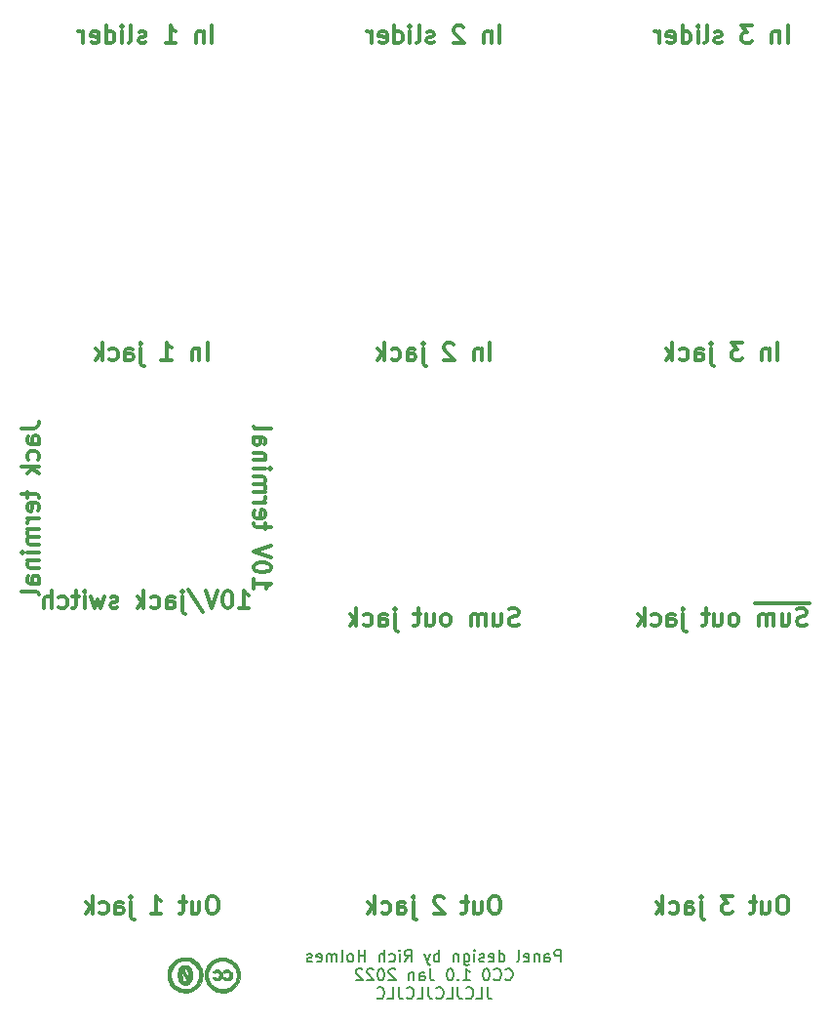
<source format=gbo>
G04 #@! TF.GenerationSoftware,KiCad,Pcbnew,6.0.2-378541a8eb~116~ubuntu20.04.1*
G04 #@! TF.CreationDate,2022-03-12T17:06:17-05:00*
G04 #@! TF.ProjectId,attenuverters_panel,61747465-6e75-4766-9572-746572735f70,rev?*
G04 #@! TF.SameCoordinates,Original*
G04 #@! TF.FileFunction,Legend,Bot*
G04 #@! TF.FilePolarity,Positive*
%FSLAX46Y46*%
G04 Gerber Fmt 4.6, Leading zero omitted, Abs format (unit mm)*
G04 Created by KiCad (PCBNEW 6.0.2-378541a8eb~116~ubuntu20.04.1) date 2022-03-12 17:06:17*
%MOMM*%
%LPD*%
G01*
G04 APERTURE LIST*
%ADD10C,0.300000*%
%ADD11C,0.150000*%
%ADD12C,0.010000*%
G04 APERTURE END LIST*
D10*
X34278571Y-116778571D02*
X34278571Y-115278571D01*
X33564285Y-115778571D02*
X33564285Y-116778571D01*
X33564285Y-115921428D02*
X33492857Y-115850000D01*
X33350000Y-115778571D01*
X33135714Y-115778571D01*
X32992857Y-115850000D01*
X32921428Y-115992857D01*
X32921428Y-116778571D01*
X30278571Y-116778571D02*
X31135714Y-116778571D01*
X30707142Y-116778571D02*
X30707142Y-115278571D01*
X30850000Y-115492857D01*
X30992857Y-115635714D01*
X31135714Y-115707142D01*
X28564285Y-116707142D02*
X28421428Y-116778571D01*
X28135714Y-116778571D01*
X27992857Y-116707142D01*
X27921428Y-116564285D01*
X27921428Y-116492857D01*
X27992857Y-116350000D01*
X28135714Y-116278571D01*
X28350000Y-116278571D01*
X28492857Y-116207142D01*
X28564285Y-116064285D01*
X28564285Y-115992857D01*
X28492857Y-115850000D01*
X28350000Y-115778571D01*
X28135714Y-115778571D01*
X27992857Y-115850000D01*
X27064285Y-116778571D02*
X27207142Y-116707142D01*
X27278571Y-116564285D01*
X27278571Y-115278571D01*
X26492857Y-116778571D02*
X26492857Y-115778571D01*
X26492857Y-115278571D02*
X26564285Y-115350000D01*
X26492857Y-115421428D01*
X26421428Y-115350000D01*
X26492857Y-115278571D01*
X26492857Y-115421428D01*
X25135714Y-116778571D02*
X25135714Y-115278571D01*
X25135714Y-116707142D02*
X25278571Y-116778571D01*
X25564285Y-116778571D01*
X25707142Y-116707142D01*
X25778571Y-116635714D01*
X25850000Y-116492857D01*
X25850000Y-116064285D01*
X25778571Y-115921428D01*
X25707142Y-115850000D01*
X25564285Y-115778571D01*
X25278571Y-115778571D01*
X25135714Y-115850000D01*
X23850000Y-116707142D02*
X23992857Y-116778571D01*
X24278571Y-116778571D01*
X24421428Y-116707142D01*
X24492857Y-116564285D01*
X24492857Y-115992857D01*
X24421428Y-115850000D01*
X24278571Y-115778571D01*
X23992857Y-115778571D01*
X23850000Y-115850000D01*
X23778571Y-115992857D01*
X23778571Y-116135714D01*
X24492857Y-116278571D01*
X23135714Y-116778571D02*
X23135714Y-115778571D01*
X23135714Y-116064285D02*
X23064285Y-115921428D01*
X22992857Y-115850000D01*
X22850000Y-115778571D01*
X22707142Y-115778571D01*
X59278571Y-116778571D02*
X59278571Y-115278571D01*
X58564285Y-115778571D02*
X58564285Y-116778571D01*
X58564285Y-115921428D02*
X58492857Y-115850000D01*
X58350000Y-115778571D01*
X58135714Y-115778571D01*
X57992857Y-115850000D01*
X57921428Y-115992857D01*
X57921428Y-116778571D01*
X56135714Y-115421428D02*
X56064285Y-115350000D01*
X55921428Y-115278571D01*
X55564285Y-115278571D01*
X55421428Y-115350000D01*
X55350000Y-115421428D01*
X55278571Y-115564285D01*
X55278571Y-115707142D01*
X55350000Y-115921428D01*
X56207142Y-116778571D01*
X55278571Y-116778571D01*
X53564285Y-116707142D02*
X53421428Y-116778571D01*
X53135714Y-116778571D01*
X52992857Y-116707142D01*
X52921428Y-116564285D01*
X52921428Y-116492857D01*
X52992857Y-116350000D01*
X53135714Y-116278571D01*
X53350000Y-116278571D01*
X53492857Y-116207142D01*
X53564285Y-116064285D01*
X53564285Y-115992857D01*
X53492857Y-115850000D01*
X53350000Y-115778571D01*
X53135714Y-115778571D01*
X52992857Y-115850000D01*
X52064285Y-116778571D02*
X52207142Y-116707142D01*
X52278571Y-116564285D01*
X52278571Y-115278571D01*
X51492857Y-116778571D02*
X51492857Y-115778571D01*
X51492857Y-115278571D02*
X51564285Y-115350000D01*
X51492857Y-115421428D01*
X51421428Y-115350000D01*
X51492857Y-115278571D01*
X51492857Y-115421428D01*
X50135714Y-116778571D02*
X50135714Y-115278571D01*
X50135714Y-116707142D02*
X50278571Y-116778571D01*
X50564285Y-116778571D01*
X50707142Y-116707142D01*
X50778571Y-116635714D01*
X50850000Y-116492857D01*
X50850000Y-116064285D01*
X50778571Y-115921428D01*
X50707142Y-115850000D01*
X50564285Y-115778571D01*
X50278571Y-115778571D01*
X50135714Y-115850000D01*
X48850000Y-116707142D02*
X48992857Y-116778571D01*
X49278571Y-116778571D01*
X49421428Y-116707142D01*
X49492857Y-116564285D01*
X49492857Y-115992857D01*
X49421428Y-115850000D01*
X49278571Y-115778571D01*
X48992857Y-115778571D01*
X48850000Y-115850000D01*
X48778571Y-115992857D01*
X48778571Y-116135714D01*
X49492857Y-116278571D01*
X48135714Y-116778571D02*
X48135714Y-115778571D01*
X48135714Y-116064285D02*
X48064285Y-115921428D01*
X47992857Y-115850000D01*
X47850000Y-115778571D01*
X47707142Y-115778571D01*
X84278571Y-116778571D02*
X84278571Y-115278571D01*
X83564285Y-115778571D02*
X83564285Y-116778571D01*
X83564285Y-115921428D02*
X83492857Y-115850000D01*
X83350000Y-115778571D01*
X83135714Y-115778571D01*
X82992857Y-115850000D01*
X82921428Y-115992857D01*
X82921428Y-116778571D01*
X81207142Y-115278571D02*
X80278571Y-115278571D01*
X80778571Y-115850000D01*
X80564285Y-115850000D01*
X80421428Y-115921428D01*
X80350000Y-115992857D01*
X80278571Y-116135714D01*
X80278571Y-116492857D01*
X80350000Y-116635714D01*
X80421428Y-116707142D01*
X80564285Y-116778571D01*
X80992857Y-116778571D01*
X81135714Y-116707142D01*
X81207142Y-116635714D01*
X78564285Y-116707142D02*
X78421428Y-116778571D01*
X78135714Y-116778571D01*
X77992857Y-116707142D01*
X77921428Y-116564285D01*
X77921428Y-116492857D01*
X77992857Y-116350000D01*
X78135714Y-116278571D01*
X78350000Y-116278571D01*
X78492857Y-116207142D01*
X78564285Y-116064285D01*
X78564285Y-115992857D01*
X78492857Y-115850000D01*
X78350000Y-115778571D01*
X78135714Y-115778571D01*
X77992857Y-115850000D01*
X77064285Y-116778571D02*
X77207142Y-116707142D01*
X77278571Y-116564285D01*
X77278571Y-115278571D01*
X76492857Y-116778571D02*
X76492857Y-115778571D01*
X76492857Y-115278571D02*
X76564285Y-115350000D01*
X76492857Y-115421428D01*
X76421428Y-115350000D01*
X76492857Y-115278571D01*
X76492857Y-115421428D01*
X75135714Y-116778571D02*
X75135714Y-115278571D01*
X75135714Y-116707142D02*
X75278571Y-116778571D01*
X75564285Y-116778571D01*
X75707142Y-116707142D01*
X75778571Y-116635714D01*
X75850000Y-116492857D01*
X75850000Y-116064285D01*
X75778571Y-115921428D01*
X75707142Y-115850000D01*
X75564285Y-115778571D01*
X75278571Y-115778571D01*
X75135714Y-115850000D01*
X73850000Y-116707142D02*
X73992857Y-116778571D01*
X74278571Y-116778571D01*
X74421428Y-116707142D01*
X74492857Y-116564285D01*
X74492857Y-115992857D01*
X74421428Y-115850000D01*
X74278571Y-115778571D01*
X73992857Y-115778571D01*
X73850000Y-115850000D01*
X73778571Y-115992857D01*
X73778571Y-116135714D01*
X74492857Y-116278571D01*
X73135714Y-116778571D02*
X73135714Y-115778571D01*
X73135714Y-116064285D02*
X73064285Y-115921428D01*
X72992857Y-115850000D01*
X72850000Y-115778571D01*
X72707142Y-115778571D01*
X58421428Y-144278571D02*
X58421428Y-142778571D01*
X57707142Y-143278571D02*
X57707142Y-144278571D01*
X57707142Y-143421428D02*
X57635714Y-143350000D01*
X57492857Y-143278571D01*
X57278571Y-143278571D01*
X57135714Y-143350000D01*
X57064285Y-143492857D01*
X57064285Y-144278571D01*
X55278571Y-142921428D02*
X55207142Y-142850000D01*
X55064285Y-142778571D01*
X54707142Y-142778571D01*
X54564285Y-142850000D01*
X54492857Y-142921428D01*
X54421428Y-143064285D01*
X54421428Y-143207142D01*
X54492857Y-143421428D01*
X55350000Y-144278571D01*
X54421428Y-144278571D01*
X52635714Y-143278571D02*
X52635714Y-144564285D01*
X52707142Y-144707142D01*
X52850000Y-144778571D01*
X52921428Y-144778571D01*
X52635714Y-142778571D02*
X52707142Y-142850000D01*
X52635714Y-142921428D01*
X52564285Y-142850000D01*
X52635714Y-142778571D01*
X52635714Y-142921428D01*
X51278571Y-144278571D02*
X51278571Y-143492857D01*
X51350000Y-143350000D01*
X51492857Y-143278571D01*
X51778571Y-143278571D01*
X51921428Y-143350000D01*
X51278571Y-144207142D02*
X51421428Y-144278571D01*
X51778571Y-144278571D01*
X51921428Y-144207142D01*
X51992857Y-144064285D01*
X51992857Y-143921428D01*
X51921428Y-143778571D01*
X51778571Y-143707142D01*
X51421428Y-143707142D01*
X51278571Y-143635714D01*
X49921428Y-144207142D02*
X50064285Y-144278571D01*
X50350000Y-144278571D01*
X50492857Y-144207142D01*
X50564285Y-144135714D01*
X50635714Y-143992857D01*
X50635714Y-143564285D01*
X50564285Y-143421428D01*
X50492857Y-143350000D01*
X50350000Y-143278571D01*
X50064285Y-143278571D01*
X49921428Y-143350000D01*
X49278571Y-144278571D02*
X49278571Y-142778571D01*
X49135714Y-143707142D02*
X48707142Y-144278571D01*
X48707142Y-143278571D02*
X49278571Y-143850000D01*
X83421428Y-144278571D02*
X83421428Y-142778571D01*
X82707142Y-143278571D02*
X82707142Y-144278571D01*
X82707142Y-143421428D02*
X82635714Y-143350000D01*
X82492857Y-143278571D01*
X82278571Y-143278571D01*
X82135714Y-143350000D01*
X82064285Y-143492857D01*
X82064285Y-144278571D01*
X80350000Y-142778571D02*
X79421428Y-142778571D01*
X79921428Y-143350000D01*
X79707142Y-143350000D01*
X79564285Y-143421428D01*
X79492857Y-143492857D01*
X79421428Y-143635714D01*
X79421428Y-143992857D01*
X79492857Y-144135714D01*
X79564285Y-144207142D01*
X79707142Y-144278571D01*
X80135714Y-144278571D01*
X80278571Y-144207142D01*
X80350000Y-144135714D01*
X77635714Y-143278571D02*
X77635714Y-144564285D01*
X77707142Y-144707142D01*
X77850000Y-144778571D01*
X77921428Y-144778571D01*
X77635714Y-142778571D02*
X77707142Y-142850000D01*
X77635714Y-142921428D01*
X77564285Y-142850000D01*
X77635714Y-142778571D01*
X77635714Y-142921428D01*
X76278571Y-144278571D02*
X76278571Y-143492857D01*
X76350000Y-143350000D01*
X76492857Y-143278571D01*
X76778571Y-143278571D01*
X76921428Y-143350000D01*
X76278571Y-144207142D02*
X76421428Y-144278571D01*
X76778571Y-144278571D01*
X76921428Y-144207142D01*
X76992857Y-144064285D01*
X76992857Y-143921428D01*
X76921428Y-143778571D01*
X76778571Y-143707142D01*
X76421428Y-143707142D01*
X76278571Y-143635714D01*
X74921428Y-144207142D02*
X75064285Y-144278571D01*
X75350000Y-144278571D01*
X75492857Y-144207142D01*
X75564285Y-144135714D01*
X75635714Y-143992857D01*
X75635714Y-143564285D01*
X75564285Y-143421428D01*
X75492857Y-143350000D01*
X75350000Y-143278571D01*
X75064285Y-143278571D01*
X74921428Y-143350000D01*
X74278571Y-144278571D02*
X74278571Y-142778571D01*
X74135714Y-143707142D02*
X73707142Y-144278571D01*
X73707142Y-143278571D02*
X74278571Y-143850000D01*
X86207142Y-165355000D02*
X84778571Y-165355000D01*
X85921428Y-167207142D02*
X85707142Y-167278571D01*
X85350000Y-167278571D01*
X85207142Y-167207142D01*
X85135714Y-167135714D01*
X85064285Y-166992857D01*
X85064285Y-166850000D01*
X85135714Y-166707142D01*
X85207142Y-166635714D01*
X85350000Y-166564285D01*
X85635714Y-166492857D01*
X85778571Y-166421428D01*
X85850000Y-166350000D01*
X85921428Y-166207142D01*
X85921428Y-166064285D01*
X85850000Y-165921428D01*
X85778571Y-165850000D01*
X85635714Y-165778571D01*
X85278571Y-165778571D01*
X85064285Y-165850000D01*
X84778571Y-165355000D02*
X83421428Y-165355000D01*
X83778571Y-166278571D02*
X83778571Y-167278571D01*
X84421428Y-166278571D02*
X84421428Y-167064285D01*
X84350000Y-167207142D01*
X84207142Y-167278571D01*
X83992857Y-167278571D01*
X83850000Y-167207142D01*
X83778571Y-167135714D01*
X83421428Y-165355000D02*
X81421428Y-165355000D01*
X83064285Y-167278571D02*
X83064285Y-166278571D01*
X83064285Y-166421428D02*
X82992857Y-166350000D01*
X82850000Y-166278571D01*
X82635714Y-166278571D01*
X82492857Y-166350000D01*
X82421428Y-166492857D01*
X82421428Y-167278571D01*
X82421428Y-166492857D02*
X82350000Y-166350000D01*
X82207142Y-166278571D01*
X81992857Y-166278571D01*
X81850000Y-166350000D01*
X81778571Y-166492857D01*
X81778571Y-167278571D01*
X79707142Y-167278571D02*
X79850000Y-167207142D01*
X79921428Y-167135714D01*
X79992857Y-166992857D01*
X79992857Y-166564285D01*
X79921428Y-166421428D01*
X79850000Y-166350000D01*
X79707142Y-166278571D01*
X79492857Y-166278571D01*
X79350000Y-166350000D01*
X79278571Y-166421428D01*
X79207142Y-166564285D01*
X79207142Y-166992857D01*
X79278571Y-167135714D01*
X79350000Y-167207142D01*
X79492857Y-167278571D01*
X79707142Y-167278571D01*
X77921428Y-166278571D02*
X77921428Y-167278571D01*
X78564285Y-166278571D02*
X78564285Y-167064285D01*
X78492857Y-167207142D01*
X78350000Y-167278571D01*
X78135714Y-167278571D01*
X77992857Y-167207142D01*
X77921428Y-167135714D01*
X77421428Y-166278571D02*
X76850000Y-166278571D01*
X77207142Y-165778571D02*
X77207142Y-167064285D01*
X77135714Y-167207142D01*
X76992857Y-167278571D01*
X76850000Y-167278571D01*
X75207142Y-166278571D02*
X75207142Y-167564285D01*
X75278571Y-167707142D01*
X75421428Y-167778571D01*
X75492857Y-167778571D01*
X75207142Y-165778571D02*
X75278571Y-165850000D01*
X75207142Y-165921428D01*
X75135714Y-165850000D01*
X75207142Y-165778571D01*
X75207142Y-165921428D01*
X73850000Y-167278571D02*
X73850000Y-166492857D01*
X73921428Y-166350000D01*
X74064285Y-166278571D01*
X74350000Y-166278571D01*
X74492857Y-166350000D01*
X73850000Y-167207142D02*
X73992857Y-167278571D01*
X74350000Y-167278571D01*
X74492857Y-167207142D01*
X74564285Y-167064285D01*
X74564285Y-166921428D01*
X74492857Y-166778571D01*
X74350000Y-166707142D01*
X73992857Y-166707142D01*
X73850000Y-166635714D01*
X72492857Y-167207142D02*
X72635714Y-167278571D01*
X72921428Y-167278571D01*
X73064285Y-167207142D01*
X73135714Y-167135714D01*
X73207142Y-166992857D01*
X73207142Y-166564285D01*
X73135714Y-166421428D01*
X73064285Y-166350000D01*
X72921428Y-166278571D01*
X72635714Y-166278571D01*
X72492857Y-166350000D01*
X71850000Y-167278571D02*
X71850000Y-165778571D01*
X71707142Y-166707142D02*
X71278571Y-167278571D01*
X71278571Y-166278571D02*
X71850000Y-166850000D01*
X34492857Y-190778571D02*
X34207142Y-190778571D01*
X34064285Y-190850000D01*
X33921428Y-190992857D01*
X33850000Y-191278571D01*
X33850000Y-191778571D01*
X33921428Y-192064285D01*
X34064285Y-192207142D01*
X34207142Y-192278571D01*
X34492857Y-192278571D01*
X34635714Y-192207142D01*
X34778571Y-192064285D01*
X34850000Y-191778571D01*
X34850000Y-191278571D01*
X34778571Y-190992857D01*
X34635714Y-190850000D01*
X34492857Y-190778571D01*
X32564285Y-191278571D02*
X32564285Y-192278571D01*
X33207142Y-191278571D02*
X33207142Y-192064285D01*
X33135714Y-192207142D01*
X32992857Y-192278571D01*
X32778571Y-192278571D01*
X32635714Y-192207142D01*
X32564285Y-192135714D01*
X32064285Y-191278571D02*
X31492857Y-191278571D01*
X31850000Y-190778571D02*
X31850000Y-192064285D01*
X31778571Y-192207142D01*
X31635714Y-192278571D01*
X31492857Y-192278571D01*
X29064285Y-192278571D02*
X29921428Y-192278571D01*
X29492857Y-192278571D02*
X29492857Y-190778571D01*
X29635714Y-190992857D01*
X29778571Y-191135714D01*
X29921428Y-191207142D01*
X27278571Y-191278571D02*
X27278571Y-192564285D01*
X27350000Y-192707142D01*
X27492857Y-192778571D01*
X27564285Y-192778571D01*
X27278571Y-190778571D02*
X27350000Y-190850000D01*
X27278571Y-190921428D01*
X27207142Y-190850000D01*
X27278571Y-190778571D01*
X27278571Y-190921428D01*
X25921428Y-192278571D02*
X25921428Y-191492857D01*
X25992857Y-191350000D01*
X26135714Y-191278571D01*
X26421428Y-191278571D01*
X26564285Y-191350000D01*
X25921428Y-192207142D02*
X26064285Y-192278571D01*
X26421428Y-192278571D01*
X26564285Y-192207142D01*
X26635714Y-192064285D01*
X26635714Y-191921428D01*
X26564285Y-191778571D01*
X26421428Y-191707142D01*
X26064285Y-191707142D01*
X25921428Y-191635714D01*
X24564285Y-192207142D02*
X24707142Y-192278571D01*
X24992857Y-192278571D01*
X25135714Y-192207142D01*
X25207142Y-192135714D01*
X25278571Y-191992857D01*
X25278571Y-191564285D01*
X25207142Y-191421428D01*
X25135714Y-191350000D01*
X24992857Y-191278571D01*
X24707142Y-191278571D01*
X24564285Y-191350000D01*
X23921428Y-192278571D02*
X23921428Y-190778571D01*
X23778571Y-191707142D02*
X23350000Y-192278571D01*
X23350000Y-191278571D02*
X23921428Y-191850000D01*
X58992857Y-190778571D02*
X58707142Y-190778571D01*
X58564285Y-190850000D01*
X58421428Y-190992857D01*
X58350000Y-191278571D01*
X58350000Y-191778571D01*
X58421428Y-192064285D01*
X58564285Y-192207142D01*
X58707142Y-192278571D01*
X58992857Y-192278571D01*
X59135714Y-192207142D01*
X59278571Y-192064285D01*
X59350000Y-191778571D01*
X59350000Y-191278571D01*
X59278571Y-190992857D01*
X59135714Y-190850000D01*
X58992857Y-190778571D01*
X57064285Y-191278571D02*
X57064285Y-192278571D01*
X57707142Y-191278571D02*
X57707142Y-192064285D01*
X57635714Y-192207142D01*
X57492857Y-192278571D01*
X57278571Y-192278571D01*
X57135714Y-192207142D01*
X57064285Y-192135714D01*
X56564285Y-191278571D02*
X55992857Y-191278571D01*
X56350000Y-190778571D02*
X56350000Y-192064285D01*
X56278571Y-192207142D01*
X56135714Y-192278571D01*
X55992857Y-192278571D01*
X54421428Y-190921428D02*
X54350000Y-190850000D01*
X54207142Y-190778571D01*
X53850000Y-190778571D01*
X53707142Y-190850000D01*
X53635714Y-190921428D01*
X53564285Y-191064285D01*
X53564285Y-191207142D01*
X53635714Y-191421428D01*
X54492857Y-192278571D01*
X53564285Y-192278571D01*
X51778571Y-191278571D02*
X51778571Y-192564285D01*
X51850000Y-192707142D01*
X51992857Y-192778571D01*
X52064285Y-192778571D01*
X51778571Y-190778571D02*
X51850000Y-190850000D01*
X51778571Y-190921428D01*
X51707142Y-190850000D01*
X51778571Y-190778571D01*
X51778571Y-190921428D01*
X50421428Y-192278571D02*
X50421428Y-191492857D01*
X50492857Y-191350000D01*
X50635714Y-191278571D01*
X50921428Y-191278571D01*
X51064285Y-191350000D01*
X50421428Y-192207142D02*
X50564285Y-192278571D01*
X50921428Y-192278571D01*
X51064285Y-192207142D01*
X51135714Y-192064285D01*
X51135714Y-191921428D01*
X51064285Y-191778571D01*
X50921428Y-191707142D01*
X50564285Y-191707142D01*
X50421428Y-191635714D01*
X49064285Y-192207142D02*
X49207142Y-192278571D01*
X49492857Y-192278571D01*
X49635714Y-192207142D01*
X49707142Y-192135714D01*
X49778571Y-191992857D01*
X49778571Y-191564285D01*
X49707142Y-191421428D01*
X49635714Y-191350000D01*
X49492857Y-191278571D01*
X49207142Y-191278571D01*
X49064285Y-191350000D01*
X48421428Y-192278571D02*
X48421428Y-190778571D01*
X48278571Y-191707142D02*
X47850000Y-192278571D01*
X47850000Y-191278571D02*
X48421428Y-191850000D01*
X83992857Y-190778571D02*
X83707142Y-190778571D01*
X83564285Y-190850000D01*
X83421428Y-190992857D01*
X83350000Y-191278571D01*
X83350000Y-191778571D01*
X83421428Y-192064285D01*
X83564285Y-192207142D01*
X83707142Y-192278571D01*
X83992857Y-192278571D01*
X84135714Y-192207142D01*
X84278571Y-192064285D01*
X84350000Y-191778571D01*
X84350000Y-191278571D01*
X84278571Y-190992857D01*
X84135714Y-190850000D01*
X83992857Y-190778571D01*
X82064285Y-191278571D02*
X82064285Y-192278571D01*
X82707142Y-191278571D02*
X82707142Y-192064285D01*
X82635714Y-192207142D01*
X82492857Y-192278571D01*
X82278571Y-192278571D01*
X82135714Y-192207142D01*
X82064285Y-192135714D01*
X81564285Y-191278571D02*
X80992857Y-191278571D01*
X81350000Y-190778571D02*
X81350000Y-192064285D01*
X81278571Y-192207142D01*
X81135714Y-192278571D01*
X80992857Y-192278571D01*
X79492857Y-190778571D02*
X78564285Y-190778571D01*
X79064285Y-191350000D01*
X78850000Y-191350000D01*
X78707142Y-191421428D01*
X78635714Y-191492857D01*
X78564285Y-191635714D01*
X78564285Y-191992857D01*
X78635714Y-192135714D01*
X78707142Y-192207142D01*
X78850000Y-192278571D01*
X79278571Y-192278571D01*
X79421428Y-192207142D01*
X79492857Y-192135714D01*
X76778571Y-191278571D02*
X76778571Y-192564285D01*
X76850000Y-192707142D01*
X76992857Y-192778571D01*
X77064285Y-192778571D01*
X76778571Y-190778571D02*
X76850000Y-190850000D01*
X76778571Y-190921428D01*
X76707142Y-190850000D01*
X76778571Y-190778571D01*
X76778571Y-190921428D01*
X75421428Y-192278571D02*
X75421428Y-191492857D01*
X75492857Y-191350000D01*
X75635714Y-191278571D01*
X75921428Y-191278571D01*
X76064285Y-191350000D01*
X75421428Y-192207142D02*
X75564285Y-192278571D01*
X75921428Y-192278571D01*
X76064285Y-192207142D01*
X76135714Y-192064285D01*
X76135714Y-191921428D01*
X76064285Y-191778571D01*
X75921428Y-191707142D01*
X75564285Y-191707142D01*
X75421428Y-191635714D01*
X74064285Y-192207142D02*
X74207142Y-192278571D01*
X74492857Y-192278571D01*
X74635714Y-192207142D01*
X74707142Y-192135714D01*
X74778571Y-191992857D01*
X74778571Y-191564285D01*
X74707142Y-191421428D01*
X74635714Y-191350000D01*
X74492857Y-191278571D01*
X74207142Y-191278571D01*
X74064285Y-191350000D01*
X73421428Y-192278571D02*
X73421428Y-190778571D01*
X73278571Y-191707142D02*
X72850000Y-192278571D01*
X72850000Y-191278571D02*
X73421428Y-191850000D01*
X33921428Y-144278571D02*
X33921428Y-142778571D01*
X33207142Y-143278571D02*
X33207142Y-144278571D01*
X33207142Y-143421428D02*
X33135714Y-143350000D01*
X32992857Y-143278571D01*
X32778571Y-143278571D01*
X32635714Y-143350000D01*
X32564285Y-143492857D01*
X32564285Y-144278571D01*
X29921428Y-144278571D02*
X30778571Y-144278571D01*
X30350000Y-144278571D02*
X30350000Y-142778571D01*
X30492857Y-142992857D01*
X30635714Y-143135714D01*
X30778571Y-143207142D01*
X28135714Y-143278571D02*
X28135714Y-144564285D01*
X28207142Y-144707142D01*
X28350000Y-144778571D01*
X28421428Y-144778571D01*
X28135714Y-142778571D02*
X28207142Y-142850000D01*
X28135714Y-142921428D01*
X28064285Y-142850000D01*
X28135714Y-142778571D01*
X28135714Y-142921428D01*
X26778571Y-144278571D02*
X26778571Y-143492857D01*
X26850000Y-143350000D01*
X26992857Y-143278571D01*
X27278571Y-143278571D01*
X27421428Y-143350000D01*
X26778571Y-144207142D02*
X26921428Y-144278571D01*
X27278571Y-144278571D01*
X27421428Y-144207142D01*
X27492857Y-144064285D01*
X27492857Y-143921428D01*
X27421428Y-143778571D01*
X27278571Y-143707142D01*
X26921428Y-143707142D01*
X26778571Y-143635714D01*
X25421428Y-144207142D02*
X25564285Y-144278571D01*
X25850000Y-144278571D01*
X25992857Y-144207142D01*
X26064285Y-144135714D01*
X26135714Y-143992857D01*
X26135714Y-143564285D01*
X26064285Y-143421428D01*
X25992857Y-143350000D01*
X25850000Y-143278571D01*
X25564285Y-143278571D01*
X25421428Y-143350000D01*
X24778571Y-144278571D02*
X24778571Y-142778571D01*
X24635714Y-143707142D02*
X24207142Y-144278571D01*
X24207142Y-143278571D02*
X24778571Y-143850000D01*
X60921428Y-167207142D02*
X60707142Y-167278571D01*
X60350000Y-167278571D01*
X60207142Y-167207142D01*
X60135714Y-167135714D01*
X60064285Y-166992857D01*
X60064285Y-166850000D01*
X60135714Y-166707142D01*
X60207142Y-166635714D01*
X60350000Y-166564285D01*
X60635714Y-166492857D01*
X60778571Y-166421428D01*
X60850000Y-166350000D01*
X60921428Y-166207142D01*
X60921428Y-166064285D01*
X60850000Y-165921428D01*
X60778571Y-165850000D01*
X60635714Y-165778571D01*
X60278571Y-165778571D01*
X60064285Y-165850000D01*
X58778571Y-166278571D02*
X58778571Y-167278571D01*
X59421428Y-166278571D02*
X59421428Y-167064285D01*
X59350000Y-167207142D01*
X59207142Y-167278571D01*
X58992857Y-167278571D01*
X58850000Y-167207142D01*
X58778571Y-167135714D01*
X58064285Y-167278571D02*
X58064285Y-166278571D01*
X58064285Y-166421428D02*
X57992857Y-166350000D01*
X57850000Y-166278571D01*
X57635714Y-166278571D01*
X57492857Y-166350000D01*
X57421428Y-166492857D01*
X57421428Y-167278571D01*
X57421428Y-166492857D02*
X57350000Y-166350000D01*
X57207142Y-166278571D01*
X56992857Y-166278571D01*
X56850000Y-166350000D01*
X56778571Y-166492857D01*
X56778571Y-167278571D01*
X54707142Y-167278571D02*
X54850000Y-167207142D01*
X54921428Y-167135714D01*
X54992857Y-166992857D01*
X54992857Y-166564285D01*
X54921428Y-166421428D01*
X54850000Y-166350000D01*
X54707142Y-166278571D01*
X54492857Y-166278571D01*
X54350000Y-166350000D01*
X54278571Y-166421428D01*
X54207142Y-166564285D01*
X54207142Y-166992857D01*
X54278571Y-167135714D01*
X54350000Y-167207142D01*
X54492857Y-167278571D01*
X54707142Y-167278571D01*
X52921428Y-166278571D02*
X52921428Y-167278571D01*
X53564285Y-166278571D02*
X53564285Y-167064285D01*
X53492857Y-167207142D01*
X53350000Y-167278571D01*
X53135714Y-167278571D01*
X52992857Y-167207142D01*
X52921428Y-167135714D01*
X52421428Y-166278571D02*
X51850000Y-166278571D01*
X52207142Y-165778571D02*
X52207142Y-167064285D01*
X52135714Y-167207142D01*
X51992857Y-167278571D01*
X51850000Y-167278571D01*
X50207142Y-166278571D02*
X50207142Y-167564285D01*
X50278571Y-167707142D01*
X50421428Y-167778571D01*
X50492857Y-167778571D01*
X50207142Y-165778571D02*
X50278571Y-165850000D01*
X50207142Y-165921428D01*
X50135714Y-165850000D01*
X50207142Y-165778571D01*
X50207142Y-165921428D01*
X48850000Y-167278571D02*
X48850000Y-166492857D01*
X48921428Y-166350000D01*
X49064285Y-166278571D01*
X49350000Y-166278571D01*
X49492857Y-166350000D01*
X48850000Y-167207142D02*
X48992857Y-167278571D01*
X49350000Y-167278571D01*
X49492857Y-167207142D01*
X49564285Y-167064285D01*
X49564285Y-166921428D01*
X49492857Y-166778571D01*
X49350000Y-166707142D01*
X48992857Y-166707142D01*
X48850000Y-166635714D01*
X47492857Y-167207142D02*
X47635714Y-167278571D01*
X47921428Y-167278571D01*
X48064285Y-167207142D01*
X48135714Y-167135714D01*
X48207142Y-166992857D01*
X48207142Y-166564285D01*
X48135714Y-166421428D01*
X48064285Y-166350000D01*
X47921428Y-166278571D01*
X47635714Y-166278571D01*
X47492857Y-166350000D01*
X46850000Y-167278571D02*
X46850000Y-165778571D01*
X46707142Y-166707142D02*
X46278571Y-167278571D01*
X46278571Y-166278571D02*
X46850000Y-166850000D01*
X36671428Y-165778571D02*
X37528571Y-165778571D01*
X37100000Y-165778571D02*
X37100000Y-164278571D01*
X37242857Y-164492857D01*
X37385714Y-164635714D01*
X37528571Y-164707142D01*
X35742857Y-164278571D02*
X35600000Y-164278571D01*
X35457142Y-164350000D01*
X35385714Y-164421428D01*
X35314285Y-164564285D01*
X35242857Y-164850000D01*
X35242857Y-165207142D01*
X35314285Y-165492857D01*
X35385714Y-165635714D01*
X35457142Y-165707142D01*
X35600000Y-165778571D01*
X35742857Y-165778571D01*
X35885714Y-165707142D01*
X35957142Y-165635714D01*
X36028571Y-165492857D01*
X36100000Y-165207142D01*
X36100000Y-164850000D01*
X36028571Y-164564285D01*
X35957142Y-164421428D01*
X35885714Y-164350000D01*
X35742857Y-164278571D01*
X34814285Y-164278571D02*
X34314285Y-165778571D01*
X33814285Y-164278571D01*
X32242857Y-164207142D02*
X33528571Y-166135714D01*
X31742857Y-164778571D02*
X31742857Y-166064285D01*
X31814285Y-166207142D01*
X31957142Y-166278571D01*
X32028571Y-166278571D01*
X31742857Y-164278571D02*
X31814285Y-164350000D01*
X31742857Y-164421428D01*
X31671428Y-164350000D01*
X31742857Y-164278571D01*
X31742857Y-164421428D01*
X30385714Y-165778571D02*
X30385714Y-164992857D01*
X30457142Y-164850000D01*
X30600000Y-164778571D01*
X30885714Y-164778571D01*
X31028571Y-164850000D01*
X30385714Y-165707142D02*
X30528571Y-165778571D01*
X30885714Y-165778571D01*
X31028571Y-165707142D01*
X31100000Y-165564285D01*
X31100000Y-165421428D01*
X31028571Y-165278571D01*
X30885714Y-165207142D01*
X30528571Y-165207142D01*
X30385714Y-165135714D01*
X29028571Y-165707142D02*
X29171428Y-165778571D01*
X29457142Y-165778571D01*
X29600000Y-165707142D01*
X29671428Y-165635714D01*
X29742857Y-165492857D01*
X29742857Y-165064285D01*
X29671428Y-164921428D01*
X29600000Y-164850000D01*
X29457142Y-164778571D01*
X29171428Y-164778571D01*
X29028571Y-164850000D01*
X28385714Y-165778571D02*
X28385714Y-164278571D01*
X28242857Y-165207142D02*
X27814285Y-165778571D01*
X27814285Y-164778571D02*
X28385714Y-165350000D01*
X26100000Y-165707142D02*
X25957142Y-165778571D01*
X25671428Y-165778571D01*
X25528571Y-165707142D01*
X25457142Y-165564285D01*
X25457142Y-165492857D01*
X25528571Y-165350000D01*
X25671428Y-165278571D01*
X25885714Y-165278571D01*
X26028571Y-165207142D01*
X26100000Y-165064285D01*
X26100000Y-164992857D01*
X26028571Y-164850000D01*
X25885714Y-164778571D01*
X25671428Y-164778571D01*
X25528571Y-164850000D01*
X24957142Y-164778571D02*
X24671428Y-165778571D01*
X24385714Y-165064285D01*
X24100000Y-165778571D01*
X23814285Y-164778571D01*
X23242857Y-165778571D02*
X23242857Y-164778571D01*
X23242857Y-164278571D02*
X23314285Y-164350000D01*
X23242857Y-164421428D01*
X23171428Y-164350000D01*
X23242857Y-164278571D01*
X23242857Y-164421428D01*
X22742857Y-164778571D02*
X22171428Y-164778571D01*
X22528571Y-164278571D02*
X22528571Y-165564285D01*
X22457142Y-165707142D01*
X22314285Y-165778571D01*
X22171428Y-165778571D01*
X21028571Y-165707142D02*
X21171428Y-165778571D01*
X21457142Y-165778571D01*
X21600000Y-165707142D01*
X21671428Y-165635714D01*
X21742857Y-165492857D01*
X21742857Y-165064285D01*
X21671428Y-164921428D01*
X21600000Y-164850000D01*
X21457142Y-164778571D01*
X21171428Y-164778571D01*
X21028571Y-164850000D01*
X20385714Y-165778571D02*
X20385714Y-164278571D01*
X19742857Y-165778571D02*
X19742857Y-164992857D01*
X19814285Y-164850000D01*
X19957142Y-164778571D01*
X20171428Y-164778571D01*
X20314285Y-164850000D01*
X20385714Y-164921428D01*
X17778571Y-150171428D02*
X18850000Y-150171428D01*
X19064285Y-150100000D01*
X19207142Y-149957142D01*
X19278571Y-149742857D01*
X19278571Y-149600000D01*
X19278571Y-151528571D02*
X18492857Y-151528571D01*
X18350000Y-151457142D01*
X18278571Y-151314285D01*
X18278571Y-151028571D01*
X18350000Y-150885714D01*
X19207142Y-151528571D02*
X19278571Y-151385714D01*
X19278571Y-151028571D01*
X19207142Y-150885714D01*
X19064285Y-150814285D01*
X18921428Y-150814285D01*
X18778571Y-150885714D01*
X18707142Y-151028571D01*
X18707142Y-151385714D01*
X18635714Y-151528571D01*
X19207142Y-152885714D02*
X19278571Y-152742857D01*
X19278571Y-152457142D01*
X19207142Y-152314285D01*
X19135714Y-152242857D01*
X18992857Y-152171428D01*
X18564285Y-152171428D01*
X18421428Y-152242857D01*
X18350000Y-152314285D01*
X18278571Y-152457142D01*
X18278571Y-152742857D01*
X18350000Y-152885714D01*
X19278571Y-153528571D02*
X17778571Y-153528571D01*
X18707142Y-153671428D02*
X19278571Y-154100000D01*
X18278571Y-154100000D02*
X18850000Y-153528571D01*
X18278571Y-155671428D02*
X18278571Y-156242857D01*
X17778571Y-155885714D02*
X19064285Y-155885714D01*
X19207142Y-155957142D01*
X19278571Y-156100000D01*
X19278571Y-156242857D01*
X19207142Y-157314285D02*
X19278571Y-157171428D01*
X19278571Y-156885714D01*
X19207142Y-156742857D01*
X19064285Y-156671428D01*
X18492857Y-156671428D01*
X18350000Y-156742857D01*
X18278571Y-156885714D01*
X18278571Y-157171428D01*
X18350000Y-157314285D01*
X18492857Y-157385714D01*
X18635714Y-157385714D01*
X18778571Y-156671428D01*
X19278571Y-158028571D02*
X18278571Y-158028571D01*
X18564285Y-158028571D02*
X18421428Y-158100000D01*
X18350000Y-158171428D01*
X18278571Y-158314285D01*
X18278571Y-158457142D01*
X19278571Y-158957142D02*
X18278571Y-158957142D01*
X18421428Y-158957142D02*
X18350000Y-159028571D01*
X18278571Y-159171428D01*
X18278571Y-159385714D01*
X18350000Y-159528571D01*
X18492857Y-159600000D01*
X19278571Y-159600000D01*
X18492857Y-159600000D02*
X18350000Y-159671428D01*
X18278571Y-159814285D01*
X18278571Y-160028571D01*
X18350000Y-160171428D01*
X18492857Y-160242857D01*
X19278571Y-160242857D01*
X19278571Y-160957142D02*
X18278571Y-160957142D01*
X17778571Y-160957142D02*
X17850000Y-160885714D01*
X17921428Y-160957142D01*
X17850000Y-161028571D01*
X17778571Y-160957142D01*
X17921428Y-160957142D01*
X18278571Y-161671428D02*
X19278571Y-161671428D01*
X18421428Y-161671428D02*
X18350000Y-161742857D01*
X18278571Y-161885714D01*
X18278571Y-162100000D01*
X18350000Y-162242857D01*
X18492857Y-162314285D01*
X19278571Y-162314285D01*
X19278571Y-163671428D02*
X18492857Y-163671428D01*
X18350000Y-163600000D01*
X18278571Y-163457142D01*
X18278571Y-163171428D01*
X18350000Y-163028571D01*
X19207142Y-163671428D02*
X19278571Y-163528571D01*
X19278571Y-163171428D01*
X19207142Y-163028571D01*
X19064285Y-162957142D01*
X18921428Y-162957142D01*
X18778571Y-163028571D01*
X18707142Y-163171428D01*
X18707142Y-163528571D01*
X18635714Y-163671428D01*
X19278571Y-164600000D02*
X19207142Y-164457142D01*
X19064285Y-164385714D01*
X17778571Y-164385714D01*
X37921428Y-163242857D02*
X37921428Y-164100000D01*
X37921428Y-163671428D02*
X39421428Y-163671428D01*
X39207142Y-163814285D01*
X39064285Y-163957142D01*
X38992857Y-164100000D01*
X39421428Y-162314285D02*
X39421428Y-162171428D01*
X39350000Y-162028571D01*
X39278571Y-161957142D01*
X39135714Y-161885714D01*
X38850000Y-161814285D01*
X38492857Y-161814285D01*
X38207142Y-161885714D01*
X38064285Y-161957142D01*
X37992857Y-162028571D01*
X37921428Y-162171428D01*
X37921428Y-162314285D01*
X37992857Y-162457142D01*
X38064285Y-162528571D01*
X38207142Y-162600000D01*
X38492857Y-162671428D01*
X38850000Y-162671428D01*
X39135714Y-162600000D01*
X39278571Y-162528571D01*
X39350000Y-162457142D01*
X39421428Y-162314285D01*
X39421428Y-161385714D02*
X37921428Y-160885714D01*
X39421428Y-160385714D01*
X38921428Y-158957142D02*
X38921428Y-158385714D01*
X39421428Y-158742857D02*
X38135714Y-158742857D01*
X37992857Y-158671428D01*
X37921428Y-158528571D01*
X37921428Y-158385714D01*
X37992857Y-157314285D02*
X37921428Y-157457142D01*
X37921428Y-157742857D01*
X37992857Y-157885714D01*
X38135714Y-157957142D01*
X38707142Y-157957142D01*
X38850000Y-157885714D01*
X38921428Y-157742857D01*
X38921428Y-157457142D01*
X38850000Y-157314285D01*
X38707142Y-157242857D01*
X38564285Y-157242857D01*
X38421428Y-157957142D01*
X37921428Y-156600000D02*
X38921428Y-156600000D01*
X38635714Y-156600000D02*
X38778571Y-156528571D01*
X38850000Y-156457142D01*
X38921428Y-156314285D01*
X38921428Y-156171428D01*
X37921428Y-155671428D02*
X38921428Y-155671428D01*
X38778571Y-155671428D02*
X38850000Y-155600000D01*
X38921428Y-155457142D01*
X38921428Y-155242857D01*
X38850000Y-155100000D01*
X38707142Y-155028571D01*
X37921428Y-155028571D01*
X38707142Y-155028571D02*
X38850000Y-154957142D01*
X38921428Y-154814285D01*
X38921428Y-154600000D01*
X38850000Y-154457142D01*
X38707142Y-154385714D01*
X37921428Y-154385714D01*
X37921428Y-153671428D02*
X38921428Y-153671428D01*
X39421428Y-153671428D02*
X39350000Y-153742857D01*
X39278571Y-153671428D01*
X39350000Y-153600000D01*
X39421428Y-153671428D01*
X39278571Y-153671428D01*
X38921428Y-152957142D02*
X37921428Y-152957142D01*
X38778571Y-152957142D02*
X38850000Y-152885714D01*
X38921428Y-152742857D01*
X38921428Y-152528571D01*
X38850000Y-152385714D01*
X38707142Y-152314285D01*
X37921428Y-152314285D01*
X37921428Y-150957142D02*
X38707142Y-150957142D01*
X38850000Y-151028571D01*
X38921428Y-151171428D01*
X38921428Y-151457142D01*
X38850000Y-151600000D01*
X37992857Y-150957142D02*
X37921428Y-151100000D01*
X37921428Y-151457142D01*
X37992857Y-151600000D01*
X38135714Y-151671428D01*
X38278571Y-151671428D01*
X38421428Y-151600000D01*
X38492857Y-151457142D01*
X38492857Y-151100000D01*
X38564285Y-150957142D01*
X37921428Y-150028571D02*
X37992857Y-150171428D01*
X38135714Y-150242857D01*
X39421428Y-150242857D01*
D11*
X64600000Y-196442380D02*
X64600000Y-195442380D01*
X64219047Y-195442380D01*
X64123809Y-195490000D01*
X64076190Y-195537619D01*
X64028571Y-195632857D01*
X64028571Y-195775714D01*
X64076190Y-195870952D01*
X64123809Y-195918571D01*
X64219047Y-195966190D01*
X64600000Y-195966190D01*
X63171428Y-196442380D02*
X63171428Y-195918571D01*
X63219047Y-195823333D01*
X63314285Y-195775714D01*
X63504761Y-195775714D01*
X63600000Y-195823333D01*
X63171428Y-196394761D02*
X63266666Y-196442380D01*
X63504761Y-196442380D01*
X63600000Y-196394761D01*
X63647619Y-196299523D01*
X63647619Y-196204285D01*
X63600000Y-196109047D01*
X63504761Y-196061428D01*
X63266666Y-196061428D01*
X63171428Y-196013809D01*
X62695238Y-195775714D02*
X62695238Y-196442380D01*
X62695238Y-195870952D02*
X62647619Y-195823333D01*
X62552380Y-195775714D01*
X62409523Y-195775714D01*
X62314285Y-195823333D01*
X62266666Y-195918571D01*
X62266666Y-196442380D01*
X61409523Y-196394761D02*
X61504761Y-196442380D01*
X61695238Y-196442380D01*
X61790476Y-196394761D01*
X61838095Y-196299523D01*
X61838095Y-195918571D01*
X61790476Y-195823333D01*
X61695238Y-195775714D01*
X61504761Y-195775714D01*
X61409523Y-195823333D01*
X61361904Y-195918571D01*
X61361904Y-196013809D01*
X61838095Y-196109047D01*
X60790476Y-196442380D02*
X60885714Y-196394761D01*
X60933333Y-196299523D01*
X60933333Y-195442380D01*
X59219047Y-196442380D02*
X59219047Y-195442380D01*
X59219047Y-196394761D02*
X59314285Y-196442380D01*
X59504761Y-196442380D01*
X59600000Y-196394761D01*
X59647619Y-196347142D01*
X59695238Y-196251904D01*
X59695238Y-195966190D01*
X59647619Y-195870952D01*
X59600000Y-195823333D01*
X59504761Y-195775714D01*
X59314285Y-195775714D01*
X59219047Y-195823333D01*
X58361904Y-196394761D02*
X58457142Y-196442380D01*
X58647619Y-196442380D01*
X58742857Y-196394761D01*
X58790476Y-196299523D01*
X58790476Y-195918571D01*
X58742857Y-195823333D01*
X58647619Y-195775714D01*
X58457142Y-195775714D01*
X58361904Y-195823333D01*
X58314285Y-195918571D01*
X58314285Y-196013809D01*
X58790476Y-196109047D01*
X57933333Y-196394761D02*
X57838095Y-196442380D01*
X57647619Y-196442380D01*
X57552380Y-196394761D01*
X57504761Y-196299523D01*
X57504761Y-196251904D01*
X57552380Y-196156666D01*
X57647619Y-196109047D01*
X57790476Y-196109047D01*
X57885714Y-196061428D01*
X57933333Y-195966190D01*
X57933333Y-195918571D01*
X57885714Y-195823333D01*
X57790476Y-195775714D01*
X57647619Y-195775714D01*
X57552380Y-195823333D01*
X57076190Y-196442380D02*
X57076190Y-195775714D01*
X57076190Y-195442380D02*
X57123809Y-195490000D01*
X57076190Y-195537619D01*
X57028571Y-195490000D01*
X57076190Y-195442380D01*
X57076190Y-195537619D01*
X56171428Y-195775714D02*
X56171428Y-196585238D01*
X56219047Y-196680476D01*
X56266666Y-196728095D01*
X56361904Y-196775714D01*
X56504761Y-196775714D01*
X56600000Y-196728095D01*
X56171428Y-196394761D02*
X56266666Y-196442380D01*
X56457142Y-196442380D01*
X56552380Y-196394761D01*
X56600000Y-196347142D01*
X56647619Y-196251904D01*
X56647619Y-195966190D01*
X56600000Y-195870952D01*
X56552380Y-195823333D01*
X56457142Y-195775714D01*
X56266666Y-195775714D01*
X56171428Y-195823333D01*
X55695238Y-195775714D02*
X55695238Y-196442380D01*
X55695238Y-195870952D02*
X55647619Y-195823333D01*
X55552380Y-195775714D01*
X55409523Y-195775714D01*
X55314285Y-195823333D01*
X55266666Y-195918571D01*
X55266666Y-196442380D01*
X54028571Y-196442380D02*
X54028571Y-195442380D01*
X54028571Y-195823333D02*
X53933333Y-195775714D01*
X53742857Y-195775714D01*
X53647619Y-195823333D01*
X53600000Y-195870952D01*
X53552380Y-195966190D01*
X53552380Y-196251904D01*
X53600000Y-196347142D01*
X53647619Y-196394761D01*
X53742857Y-196442380D01*
X53933333Y-196442380D01*
X54028571Y-196394761D01*
X53219047Y-195775714D02*
X52980952Y-196442380D01*
X52742857Y-195775714D02*
X52980952Y-196442380D01*
X53076190Y-196680476D01*
X53123809Y-196728095D01*
X53219047Y-196775714D01*
X51028571Y-196442380D02*
X51361904Y-195966190D01*
X51600000Y-196442380D02*
X51600000Y-195442380D01*
X51219047Y-195442380D01*
X51123809Y-195490000D01*
X51076190Y-195537619D01*
X51028571Y-195632857D01*
X51028571Y-195775714D01*
X51076190Y-195870952D01*
X51123809Y-195918571D01*
X51219047Y-195966190D01*
X51600000Y-195966190D01*
X50600000Y-196442380D02*
X50600000Y-195775714D01*
X50600000Y-195442380D02*
X50647619Y-195490000D01*
X50600000Y-195537619D01*
X50552380Y-195490000D01*
X50600000Y-195442380D01*
X50600000Y-195537619D01*
X49695238Y-196394761D02*
X49790476Y-196442380D01*
X49980952Y-196442380D01*
X50076190Y-196394761D01*
X50123809Y-196347142D01*
X50171428Y-196251904D01*
X50171428Y-195966190D01*
X50123809Y-195870952D01*
X50076190Y-195823333D01*
X49980952Y-195775714D01*
X49790476Y-195775714D01*
X49695238Y-195823333D01*
X49266666Y-196442380D02*
X49266666Y-195442380D01*
X48838095Y-196442380D02*
X48838095Y-195918571D01*
X48885714Y-195823333D01*
X48980952Y-195775714D01*
X49123809Y-195775714D01*
X49219047Y-195823333D01*
X49266666Y-195870952D01*
X47600000Y-196442380D02*
X47600000Y-195442380D01*
X47600000Y-195918571D02*
X47028571Y-195918571D01*
X47028571Y-196442380D02*
X47028571Y-195442380D01*
X46409523Y-196442380D02*
X46504761Y-196394761D01*
X46552380Y-196347142D01*
X46600000Y-196251904D01*
X46600000Y-195966190D01*
X46552380Y-195870952D01*
X46504761Y-195823333D01*
X46409523Y-195775714D01*
X46266666Y-195775714D01*
X46171428Y-195823333D01*
X46123809Y-195870952D01*
X46076190Y-195966190D01*
X46076190Y-196251904D01*
X46123809Y-196347142D01*
X46171428Y-196394761D01*
X46266666Y-196442380D01*
X46409523Y-196442380D01*
X45504761Y-196442380D02*
X45600000Y-196394761D01*
X45647619Y-196299523D01*
X45647619Y-195442380D01*
X45123809Y-196442380D02*
X45123809Y-195775714D01*
X45123809Y-195870952D02*
X45076190Y-195823333D01*
X44980952Y-195775714D01*
X44838095Y-195775714D01*
X44742857Y-195823333D01*
X44695238Y-195918571D01*
X44695238Y-196442380D01*
X44695238Y-195918571D02*
X44647619Y-195823333D01*
X44552380Y-195775714D01*
X44409523Y-195775714D01*
X44314285Y-195823333D01*
X44266666Y-195918571D01*
X44266666Y-196442380D01*
X43409523Y-196394761D02*
X43504761Y-196442380D01*
X43695238Y-196442380D01*
X43790476Y-196394761D01*
X43838095Y-196299523D01*
X43838095Y-195918571D01*
X43790476Y-195823333D01*
X43695238Y-195775714D01*
X43504761Y-195775714D01*
X43409523Y-195823333D01*
X43361904Y-195918571D01*
X43361904Y-196013809D01*
X43838095Y-196109047D01*
X42980952Y-196394761D02*
X42885714Y-196442380D01*
X42695238Y-196442380D01*
X42600000Y-196394761D01*
X42552380Y-196299523D01*
X42552380Y-196251904D01*
X42600000Y-196156666D01*
X42695238Y-196109047D01*
X42838095Y-196109047D01*
X42933333Y-196061428D01*
X42980952Y-195966190D01*
X42980952Y-195918571D01*
X42933333Y-195823333D01*
X42838095Y-195775714D01*
X42695238Y-195775714D01*
X42600000Y-195823333D01*
X59790476Y-197957142D02*
X59838095Y-198004761D01*
X59980952Y-198052380D01*
X60076190Y-198052380D01*
X60219047Y-198004761D01*
X60314285Y-197909523D01*
X60361904Y-197814285D01*
X60409523Y-197623809D01*
X60409523Y-197480952D01*
X60361904Y-197290476D01*
X60314285Y-197195238D01*
X60219047Y-197100000D01*
X60076190Y-197052380D01*
X59980952Y-197052380D01*
X59838095Y-197100000D01*
X59790476Y-197147619D01*
X58790476Y-197957142D02*
X58838095Y-198004761D01*
X58980952Y-198052380D01*
X59076190Y-198052380D01*
X59219047Y-198004761D01*
X59314285Y-197909523D01*
X59361904Y-197814285D01*
X59409523Y-197623809D01*
X59409523Y-197480952D01*
X59361904Y-197290476D01*
X59314285Y-197195238D01*
X59219047Y-197100000D01*
X59076190Y-197052380D01*
X58980952Y-197052380D01*
X58838095Y-197100000D01*
X58790476Y-197147619D01*
X58171428Y-197052380D02*
X58076190Y-197052380D01*
X57980952Y-197100000D01*
X57933333Y-197147619D01*
X57885714Y-197242857D01*
X57838095Y-197433333D01*
X57838095Y-197671428D01*
X57885714Y-197861904D01*
X57933333Y-197957142D01*
X57980952Y-198004761D01*
X58076190Y-198052380D01*
X58171428Y-198052380D01*
X58266666Y-198004761D01*
X58314285Y-197957142D01*
X58361904Y-197861904D01*
X58409523Y-197671428D01*
X58409523Y-197433333D01*
X58361904Y-197242857D01*
X58314285Y-197147619D01*
X58266666Y-197100000D01*
X58171428Y-197052380D01*
X56123809Y-198052380D02*
X56695238Y-198052380D01*
X56409523Y-198052380D02*
X56409523Y-197052380D01*
X56504761Y-197195238D01*
X56600000Y-197290476D01*
X56695238Y-197338095D01*
X55695238Y-197957142D02*
X55647619Y-198004761D01*
X55695238Y-198052380D01*
X55742857Y-198004761D01*
X55695238Y-197957142D01*
X55695238Y-198052380D01*
X55028571Y-197052380D02*
X54933333Y-197052380D01*
X54838095Y-197100000D01*
X54790476Y-197147619D01*
X54742857Y-197242857D01*
X54695238Y-197433333D01*
X54695238Y-197671428D01*
X54742857Y-197861904D01*
X54790476Y-197957142D01*
X54838095Y-198004761D01*
X54933333Y-198052380D01*
X55028571Y-198052380D01*
X55123809Y-198004761D01*
X55171428Y-197957142D01*
X55219047Y-197861904D01*
X55266666Y-197671428D01*
X55266666Y-197433333D01*
X55219047Y-197242857D01*
X55171428Y-197147619D01*
X55123809Y-197100000D01*
X55028571Y-197052380D01*
X53219047Y-197052380D02*
X53219047Y-197766666D01*
X53266666Y-197909523D01*
X53361904Y-198004761D01*
X53504761Y-198052380D01*
X53600000Y-198052380D01*
X52314285Y-198052380D02*
X52314285Y-197528571D01*
X52361904Y-197433333D01*
X52457142Y-197385714D01*
X52647619Y-197385714D01*
X52742857Y-197433333D01*
X52314285Y-198004761D02*
X52409523Y-198052380D01*
X52647619Y-198052380D01*
X52742857Y-198004761D01*
X52790476Y-197909523D01*
X52790476Y-197814285D01*
X52742857Y-197719047D01*
X52647619Y-197671428D01*
X52409523Y-197671428D01*
X52314285Y-197623809D01*
X51838095Y-197385714D02*
X51838095Y-198052380D01*
X51838095Y-197480952D02*
X51790476Y-197433333D01*
X51695238Y-197385714D01*
X51552380Y-197385714D01*
X51457142Y-197433333D01*
X51409523Y-197528571D01*
X51409523Y-198052380D01*
X50219047Y-197147619D02*
X50171428Y-197100000D01*
X50076190Y-197052380D01*
X49838095Y-197052380D01*
X49742857Y-197100000D01*
X49695238Y-197147619D01*
X49647619Y-197242857D01*
X49647619Y-197338095D01*
X49695238Y-197480952D01*
X50266666Y-198052380D01*
X49647619Y-198052380D01*
X49028571Y-197052380D02*
X48933333Y-197052380D01*
X48838095Y-197100000D01*
X48790476Y-197147619D01*
X48742857Y-197242857D01*
X48695238Y-197433333D01*
X48695238Y-197671428D01*
X48742857Y-197861904D01*
X48790476Y-197957142D01*
X48838095Y-198004761D01*
X48933333Y-198052380D01*
X49028571Y-198052380D01*
X49123809Y-198004761D01*
X49171428Y-197957142D01*
X49219047Y-197861904D01*
X49266666Y-197671428D01*
X49266666Y-197433333D01*
X49219047Y-197242857D01*
X49171428Y-197147619D01*
X49123809Y-197100000D01*
X49028571Y-197052380D01*
X48314285Y-197147619D02*
X48266666Y-197100000D01*
X48171428Y-197052380D01*
X47933333Y-197052380D01*
X47838095Y-197100000D01*
X47790476Y-197147619D01*
X47742857Y-197242857D01*
X47742857Y-197338095D01*
X47790476Y-197480952D01*
X48361904Y-198052380D01*
X47742857Y-198052380D01*
X47361904Y-197147619D02*
X47314285Y-197100000D01*
X47219047Y-197052380D01*
X46980952Y-197052380D01*
X46885714Y-197100000D01*
X46838095Y-197147619D01*
X46790476Y-197242857D01*
X46790476Y-197338095D01*
X46838095Y-197480952D01*
X47409523Y-198052380D01*
X46790476Y-198052380D01*
X58219047Y-198662380D02*
X58219047Y-199376666D01*
X58266666Y-199519523D01*
X58361904Y-199614761D01*
X58504761Y-199662380D01*
X58600000Y-199662380D01*
X57266666Y-199662380D02*
X57742857Y-199662380D01*
X57742857Y-198662380D01*
X56361904Y-199567142D02*
X56409523Y-199614761D01*
X56552380Y-199662380D01*
X56647619Y-199662380D01*
X56790476Y-199614761D01*
X56885714Y-199519523D01*
X56933333Y-199424285D01*
X56980952Y-199233809D01*
X56980952Y-199090952D01*
X56933333Y-198900476D01*
X56885714Y-198805238D01*
X56790476Y-198710000D01*
X56647619Y-198662380D01*
X56552380Y-198662380D01*
X56409523Y-198710000D01*
X56361904Y-198757619D01*
X55647619Y-198662380D02*
X55647619Y-199376666D01*
X55695238Y-199519523D01*
X55790476Y-199614761D01*
X55933333Y-199662380D01*
X56028571Y-199662380D01*
X54695238Y-199662380D02*
X55171428Y-199662380D01*
X55171428Y-198662380D01*
X53790476Y-199567142D02*
X53838095Y-199614761D01*
X53980952Y-199662380D01*
X54076190Y-199662380D01*
X54219047Y-199614761D01*
X54314285Y-199519523D01*
X54361904Y-199424285D01*
X54409523Y-199233809D01*
X54409523Y-199090952D01*
X54361904Y-198900476D01*
X54314285Y-198805238D01*
X54219047Y-198710000D01*
X54076190Y-198662380D01*
X53980952Y-198662380D01*
X53838095Y-198710000D01*
X53790476Y-198757619D01*
X53076190Y-198662380D02*
X53076190Y-199376666D01*
X53123809Y-199519523D01*
X53219047Y-199614761D01*
X53361904Y-199662380D01*
X53457142Y-199662380D01*
X52123809Y-199662380D02*
X52600000Y-199662380D01*
X52600000Y-198662380D01*
X51219047Y-199567142D02*
X51266666Y-199614761D01*
X51409523Y-199662380D01*
X51504761Y-199662380D01*
X51647619Y-199614761D01*
X51742857Y-199519523D01*
X51790476Y-199424285D01*
X51838095Y-199233809D01*
X51838095Y-199090952D01*
X51790476Y-198900476D01*
X51742857Y-198805238D01*
X51647619Y-198710000D01*
X51504761Y-198662380D01*
X51409523Y-198662380D01*
X51266666Y-198710000D01*
X51219047Y-198757619D01*
X50504761Y-198662380D02*
X50504761Y-199376666D01*
X50552380Y-199519523D01*
X50647619Y-199614761D01*
X50790476Y-199662380D01*
X50885714Y-199662380D01*
X49552380Y-199662380D02*
X50028571Y-199662380D01*
X50028571Y-198662380D01*
X48647619Y-199567142D02*
X48695238Y-199614761D01*
X48838095Y-199662380D01*
X48933333Y-199662380D01*
X49076190Y-199614761D01*
X49171428Y-199519523D01*
X49219047Y-199424285D01*
X49266666Y-199233809D01*
X49266666Y-199090952D01*
X49219047Y-198900476D01*
X49171428Y-198805238D01*
X49076190Y-198710000D01*
X48933333Y-198662380D01*
X48838095Y-198662380D01*
X48695238Y-198710000D01*
X48647619Y-198757619D01*
D12*
G04 #@! TO.C,GRAF3*
X31662551Y-196111587D02*
X31434872Y-196172319D01*
X31434872Y-196172319D02*
X31222761Y-196263945D01*
X31222761Y-196263945D02*
X31152602Y-196303708D01*
X31152602Y-196303708D02*
X31044068Y-196380779D01*
X31044068Y-196380779D02*
X30928792Y-196481493D01*
X30928792Y-196481493D02*
X30817359Y-196595134D01*
X30817359Y-196595134D02*
X30720353Y-196710982D01*
X30720353Y-196710982D02*
X30653888Y-196808692D01*
X30653888Y-196808692D02*
X30554077Y-197014999D01*
X30554077Y-197014999D02*
X30485850Y-197235241D01*
X30485850Y-197235241D02*
X30449306Y-197463459D01*
X30449306Y-197463459D02*
X30444543Y-197693698D01*
X30444543Y-197693698D02*
X30471660Y-197920000D01*
X30471660Y-197920000D02*
X30530753Y-198136409D01*
X30530753Y-198136409D02*
X30621923Y-198336967D01*
X30621923Y-198336967D02*
X30628497Y-198348509D01*
X30628497Y-198348509D02*
X30753060Y-198527855D01*
X30753060Y-198527855D02*
X30908404Y-198691903D01*
X30908404Y-198691903D02*
X31087535Y-198835367D01*
X31087535Y-198835367D02*
X31283462Y-198952963D01*
X31283462Y-198952963D02*
X31489193Y-199039403D01*
X31489193Y-199039403D02*
X31576363Y-199065024D01*
X31576363Y-199065024D02*
X31706088Y-199090687D01*
X31706088Y-199090687D02*
X31851603Y-199107309D01*
X31851603Y-199107309D02*
X31997718Y-199113928D01*
X31997718Y-199113928D02*
X32129245Y-199109587D01*
X32129245Y-199109587D02*
X32182701Y-199103333D01*
X32182701Y-199103333D02*
X32422036Y-199046757D01*
X32422036Y-199046757D02*
X32648814Y-198953934D01*
X32648814Y-198953934D02*
X32858665Y-198826800D01*
X32858665Y-198826800D02*
X32930318Y-198772122D01*
X32930318Y-198772122D02*
X33101565Y-198609450D01*
X33101565Y-198609450D02*
X33241960Y-198426151D01*
X33241960Y-198426151D02*
X33350979Y-198226239D01*
X33350979Y-198226239D02*
X33428098Y-198013730D01*
X33428098Y-198013730D02*
X33472791Y-197792639D01*
X33472791Y-197792639D02*
X33481016Y-197634606D01*
X33481016Y-197634606D02*
X33219198Y-197634606D01*
X33219198Y-197634606D02*
X33194064Y-197845751D01*
X33194064Y-197845751D02*
X33132679Y-198050690D01*
X33132679Y-198050690D02*
X33048267Y-198223249D01*
X33048267Y-198223249D02*
X32985076Y-198313441D01*
X32985076Y-198313441D02*
X32898995Y-198413314D01*
X32898995Y-198413314D02*
X32800572Y-198512322D01*
X32800572Y-198512322D02*
X32700350Y-198599920D01*
X32700350Y-198599920D02*
X32608876Y-198665561D01*
X32608876Y-198665561D02*
X32601557Y-198669958D01*
X32601557Y-198669958D02*
X32403936Y-198764254D01*
X32403936Y-198764254D02*
X32195157Y-198821992D01*
X32195157Y-198821992D02*
X31979243Y-198842623D01*
X31979243Y-198842623D02*
X31760214Y-198825598D01*
X31760214Y-198825598D02*
X31643253Y-198800863D01*
X31643253Y-198800863D02*
X31472303Y-198740458D01*
X31472303Y-198740458D02*
X31302582Y-198651041D01*
X31302582Y-198651041D02*
X31145288Y-198539843D01*
X31145288Y-198539843D02*
X31011618Y-198414097D01*
X31011618Y-198414097D02*
X30972085Y-198367478D01*
X30972085Y-198367478D02*
X30854299Y-198189023D01*
X30854299Y-198189023D02*
X30771467Y-197998686D01*
X30771467Y-197998686D02*
X30722905Y-197800620D01*
X30722905Y-197800620D02*
X30707932Y-197598975D01*
X30707932Y-197598975D02*
X30725863Y-197397904D01*
X30725863Y-197397904D02*
X30776017Y-197201558D01*
X30776017Y-197201558D02*
X30857710Y-197014089D01*
X30857710Y-197014089D02*
X30970259Y-196839647D01*
X30970259Y-196839647D02*
X31112983Y-196682385D01*
X31112983Y-196682385D02*
X31269918Y-196556741D01*
X31269918Y-196556741D02*
X31450595Y-196456346D01*
X31450595Y-196456346D02*
X31647052Y-196388856D01*
X31647052Y-196388856D02*
X31853455Y-196354622D01*
X31853455Y-196354622D02*
X32063972Y-196353993D01*
X32063972Y-196353993D02*
X32272769Y-196387319D01*
X32272769Y-196387319D02*
X32474013Y-196454950D01*
X32474013Y-196454950D02*
X32530339Y-196481134D01*
X32530339Y-196481134D02*
X32674147Y-196570458D01*
X32674147Y-196570458D02*
X32813615Y-196690242D01*
X32813615Y-196690242D02*
X32941458Y-196831978D01*
X32941458Y-196831978D02*
X33050390Y-196987160D01*
X33050390Y-196987160D02*
X33133123Y-197147282D01*
X33133123Y-197147282D02*
X33158456Y-197214411D01*
X33158456Y-197214411D02*
X33207517Y-197422433D01*
X33207517Y-197422433D02*
X33219198Y-197634606D01*
X33219198Y-197634606D02*
X33481016Y-197634606D01*
X33481016Y-197634606D02*
X33484536Y-197566982D01*
X33484536Y-197566982D02*
X33462808Y-197340772D01*
X33462808Y-197340772D02*
X33407082Y-197118025D01*
X33407082Y-197118025D02*
X33316833Y-196902756D01*
X33316833Y-196902756D02*
X33199584Y-196710151D01*
X33199584Y-196710151D02*
X33071384Y-196557078D01*
X33071384Y-196557078D02*
X32917123Y-196416554D01*
X32917123Y-196416554D02*
X32745551Y-196294696D01*
X32745551Y-196294696D02*
X32565418Y-196197626D01*
X32565418Y-196197626D02*
X32385476Y-196131460D01*
X32385476Y-196131460D02*
X32363914Y-196125788D01*
X32363914Y-196125788D02*
X32134579Y-196087219D01*
X32134579Y-196087219D02*
X31898289Y-196082853D01*
X31898289Y-196082853D02*
X31662551Y-196111587D01*
X31662551Y-196111587D02*
X31662551Y-196111587D01*
G36*
X33428098Y-198013730D02*
G01*
X33350979Y-198226239D01*
X33241960Y-198426151D01*
X33101565Y-198609450D01*
X32930318Y-198772122D01*
X32858665Y-198826800D01*
X32648814Y-198953934D01*
X32422036Y-199046757D01*
X32182701Y-199103333D01*
X32129245Y-199109587D01*
X31997718Y-199113928D01*
X31851603Y-199107309D01*
X31706088Y-199090687D01*
X31576363Y-199065024D01*
X31489193Y-199039403D01*
X31283462Y-198952963D01*
X31087535Y-198835367D01*
X30908404Y-198691903D01*
X30753060Y-198527855D01*
X30628497Y-198348509D01*
X30621923Y-198336967D01*
X30530753Y-198136409D01*
X30471660Y-197920000D01*
X30444543Y-197693698D01*
X30446503Y-197598975D01*
X30707932Y-197598975D01*
X30722905Y-197800620D01*
X30771467Y-197998686D01*
X30854299Y-198189023D01*
X30972085Y-198367478D01*
X31011618Y-198414097D01*
X31145288Y-198539843D01*
X31302582Y-198651041D01*
X31472303Y-198740458D01*
X31643253Y-198800863D01*
X31760214Y-198825598D01*
X31979243Y-198842623D01*
X32195157Y-198821992D01*
X32403936Y-198764254D01*
X32601557Y-198669958D01*
X32608876Y-198665561D01*
X32700350Y-198599920D01*
X32800572Y-198512322D01*
X32898995Y-198413314D01*
X32985076Y-198313441D01*
X33048267Y-198223249D01*
X33132679Y-198050690D01*
X33194064Y-197845751D01*
X33219198Y-197634606D01*
X33207517Y-197422433D01*
X33158456Y-197214411D01*
X33133123Y-197147282D01*
X33050390Y-196987160D01*
X32941458Y-196831978D01*
X32813615Y-196690242D01*
X32674147Y-196570458D01*
X32530339Y-196481134D01*
X32474013Y-196454950D01*
X32272769Y-196387319D01*
X32063972Y-196353993D01*
X31853455Y-196354622D01*
X31647052Y-196388856D01*
X31450595Y-196456346D01*
X31269918Y-196556741D01*
X31112983Y-196682385D01*
X30970259Y-196839647D01*
X30857710Y-197014089D01*
X30776017Y-197201558D01*
X30725863Y-197397904D01*
X30707932Y-197598975D01*
X30446503Y-197598975D01*
X30449306Y-197463459D01*
X30485850Y-197235241D01*
X30554077Y-197014999D01*
X30653888Y-196808692D01*
X30720353Y-196710982D01*
X30817359Y-196595134D01*
X30928792Y-196481493D01*
X31044068Y-196380779D01*
X31152602Y-196303708D01*
X31222761Y-196263945D01*
X31434872Y-196172319D01*
X31662551Y-196111587D01*
X31898289Y-196082853D01*
X32134579Y-196087219D01*
X32363914Y-196125788D01*
X32385476Y-196131460D01*
X32565418Y-196197626D01*
X32745551Y-196294696D01*
X32917123Y-196416554D01*
X33071384Y-196557078D01*
X33199584Y-196710151D01*
X33316833Y-196902756D01*
X33407082Y-197118025D01*
X33462808Y-197340772D01*
X33484536Y-197566982D01*
X33481016Y-197634606D01*
X33472791Y-197792639D01*
X33428098Y-198013730D01*
G37*
X33428098Y-198013730D02*
X33350979Y-198226239D01*
X33241960Y-198426151D01*
X33101565Y-198609450D01*
X32930318Y-198772122D01*
X32858665Y-198826800D01*
X32648814Y-198953934D01*
X32422036Y-199046757D01*
X32182701Y-199103333D01*
X32129245Y-199109587D01*
X31997718Y-199113928D01*
X31851603Y-199107309D01*
X31706088Y-199090687D01*
X31576363Y-199065024D01*
X31489193Y-199039403D01*
X31283462Y-198952963D01*
X31087535Y-198835367D01*
X30908404Y-198691903D01*
X30753060Y-198527855D01*
X30628497Y-198348509D01*
X30621923Y-198336967D01*
X30530753Y-198136409D01*
X30471660Y-197920000D01*
X30444543Y-197693698D01*
X30446503Y-197598975D01*
X30707932Y-197598975D01*
X30722905Y-197800620D01*
X30771467Y-197998686D01*
X30854299Y-198189023D01*
X30972085Y-198367478D01*
X31011618Y-198414097D01*
X31145288Y-198539843D01*
X31302582Y-198651041D01*
X31472303Y-198740458D01*
X31643253Y-198800863D01*
X31760214Y-198825598D01*
X31979243Y-198842623D01*
X32195157Y-198821992D01*
X32403936Y-198764254D01*
X32601557Y-198669958D01*
X32608876Y-198665561D01*
X32700350Y-198599920D01*
X32800572Y-198512322D01*
X32898995Y-198413314D01*
X32985076Y-198313441D01*
X33048267Y-198223249D01*
X33132679Y-198050690D01*
X33194064Y-197845751D01*
X33219198Y-197634606D01*
X33207517Y-197422433D01*
X33158456Y-197214411D01*
X33133123Y-197147282D01*
X33050390Y-196987160D01*
X32941458Y-196831978D01*
X32813615Y-196690242D01*
X32674147Y-196570458D01*
X32530339Y-196481134D01*
X32474013Y-196454950D01*
X32272769Y-196387319D01*
X32063972Y-196353993D01*
X31853455Y-196354622D01*
X31647052Y-196388856D01*
X31450595Y-196456346D01*
X31269918Y-196556741D01*
X31112983Y-196682385D01*
X30970259Y-196839647D01*
X30857710Y-197014089D01*
X30776017Y-197201558D01*
X30725863Y-197397904D01*
X30707932Y-197598975D01*
X30446503Y-197598975D01*
X30449306Y-197463459D01*
X30485850Y-197235241D01*
X30554077Y-197014999D01*
X30653888Y-196808692D01*
X30720353Y-196710982D01*
X30817359Y-196595134D01*
X30928792Y-196481493D01*
X31044068Y-196380779D01*
X31152602Y-196303708D01*
X31222761Y-196263945D01*
X31434872Y-196172319D01*
X31662551Y-196111587D01*
X31898289Y-196082853D01*
X32134579Y-196087219D01*
X32363914Y-196125788D01*
X32385476Y-196131460D01*
X32565418Y-196197626D01*
X32745551Y-196294696D01*
X32917123Y-196416554D01*
X33071384Y-196557078D01*
X33199584Y-196710151D01*
X33316833Y-196902756D01*
X33407082Y-197118025D01*
X33462808Y-197340772D01*
X33484536Y-197566982D01*
X33481016Y-197634606D01*
X33472791Y-197792639D01*
X33428098Y-198013730D01*
X34945762Y-196103295D02*
X34719275Y-196160725D01*
X34719275Y-196160725D02*
X34506042Y-196250861D01*
X34506042Y-196250861D02*
X34309636Y-196371823D01*
X34309636Y-196371823D02*
X34133628Y-196521729D01*
X34133628Y-196521729D02*
X33981589Y-196698696D01*
X33981589Y-196698696D02*
X33857089Y-196900844D01*
X33857089Y-196900844D02*
X33844249Y-196926541D01*
X33844249Y-196926541D02*
X33793712Y-197037295D01*
X33793712Y-197037295D02*
X33756951Y-197138132D01*
X33756951Y-197138132D02*
X33731999Y-197239067D01*
X33731999Y-197239067D02*
X33716892Y-197350114D01*
X33716892Y-197350114D02*
X33709665Y-197481287D01*
X33709665Y-197481287D02*
X33708257Y-197619538D01*
X33708257Y-197619538D02*
X33709141Y-197739418D01*
X33709141Y-197739418D02*
X33711786Y-197829550D01*
X33711786Y-197829550D02*
X33717274Y-197899255D01*
X33717274Y-197899255D02*
X33726685Y-197957855D01*
X33726685Y-197957855D02*
X33741101Y-198014672D01*
X33741101Y-198014672D02*
X33761488Y-198078692D01*
X33761488Y-198078692D02*
X33852320Y-198289619D01*
X33852320Y-198289619D02*
X33976092Y-198485212D01*
X33976092Y-198485212D02*
X34128345Y-198661404D01*
X34128345Y-198661404D02*
X34304617Y-198814128D01*
X34304617Y-198814128D02*
X34500450Y-198939317D01*
X34500450Y-198939317D02*
X34711382Y-199032904D01*
X34711382Y-199032904D02*
X34853751Y-199074692D01*
X34853751Y-199074692D02*
X34976333Y-199096312D01*
X34976333Y-199096312D02*
X35117661Y-199109844D01*
X35117661Y-199109844D02*
X35261804Y-199114540D01*
X35261804Y-199114540D02*
X35392831Y-199109650D01*
X35392831Y-199109650D02*
X35452036Y-199102835D01*
X35452036Y-199102835D02*
X35665147Y-199051615D01*
X35665147Y-199051615D02*
X35874960Y-198965903D01*
X35874960Y-198965903D02*
X36072932Y-198849928D01*
X36072932Y-198849928D02*
X36250519Y-198707922D01*
X36250519Y-198707922D02*
X36251575Y-198706935D01*
X36251575Y-198706935D02*
X36418861Y-198525473D01*
X36418861Y-198525473D02*
X36552401Y-198326943D01*
X36552401Y-198326943D02*
X36651194Y-198114250D01*
X36651194Y-198114250D02*
X36714239Y-197890302D01*
X36714239Y-197890302D02*
X36740535Y-197658003D01*
X36740535Y-197658003D02*
X36737084Y-197586371D01*
X36737084Y-197586371D02*
X36462601Y-197586371D01*
X36462601Y-197586371D02*
X36460389Y-197719780D01*
X36460389Y-197719780D02*
X36448612Y-197838052D01*
X36448612Y-197838052D02*
X36434995Y-197902846D01*
X36434995Y-197902846D02*
X36360380Y-198100843D01*
X36360380Y-198100843D02*
X36253427Y-198285299D01*
X36253427Y-198285299D02*
X36118836Y-198450554D01*
X36118836Y-198450554D02*
X35961307Y-198590947D01*
X35961307Y-198590947D02*
X35785539Y-198700816D01*
X35785539Y-198700816D02*
X35763640Y-198711586D01*
X35763640Y-198711586D02*
X35676119Y-198749895D01*
X35676119Y-198749895D02*
X35586608Y-198783320D01*
X35586608Y-198783320D02*
X35511196Y-198805990D01*
X35511196Y-198805990D02*
X35495231Y-198809527D01*
X35495231Y-198809527D02*
X35427822Y-198822939D01*
X35427822Y-198822939D02*
X35371304Y-198834585D01*
X35371304Y-198834585D02*
X35348692Y-198839505D01*
X35348692Y-198839505D02*
X35299174Y-198844004D01*
X35299174Y-198844004D02*
X35223233Y-198843264D01*
X35223233Y-198843264D02*
X35133045Y-198838131D01*
X35133045Y-198838131D02*
X35040787Y-198829448D01*
X35040787Y-198829448D02*
X34958637Y-198818062D01*
X34958637Y-198818062D02*
X34915852Y-198809472D01*
X34915852Y-198809472D02*
X34745852Y-198752534D01*
X34745852Y-198752534D02*
X34576986Y-198667240D01*
X34576986Y-198667240D02*
X34419642Y-198560299D01*
X34419642Y-198560299D02*
X34284202Y-198438415D01*
X34284202Y-198438415D02*
X34214407Y-198356457D01*
X34214407Y-198356457D02*
X34112259Y-198206814D01*
X34112259Y-198206814D02*
X34039983Y-198065157D01*
X34039983Y-198065157D02*
X33993839Y-197920154D01*
X33993839Y-197920154D02*
X33970085Y-197760468D01*
X33970085Y-197760468D02*
X33964724Y-197600000D01*
X33964724Y-197600000D02*
X33966764Y-197490885D01*
X33966764Y-197490885D02*
X33972805Y-197407322D01*
X33972805Y-197407322D02*
X33984761Y-197335844D01*
X33984761Y-197335844D02*
X34004547Y-197262980D01*
X34004547Y-197262980D02*
X34018866Y-197219187D01*
X34018866Y-197219187D02*
X34109318Y-197010739D01*
X34109318Y-197010739D02*
X34230477Y-196825634D01*
X34230477Y-196825634D02*
X34380224Y-196666010D01*
X34380224Y-196666010D02*
X34556439Y-196534010D01*
X34556439Y-196534010D02*
X34757005Y-196431773D01*
X34757005Y-196431773D02*
X34823114Y-196406696D01*
X34823114Y-196406696D02*
X34934844Y-196378184D01*
X34934844Y-196378184D02*
X35070736Y-196359903D01*
X35070736Y-196359903D02*
X35217025Y-196352684D01*
X35217025Y-196352684D02*
X35359944Y-196357356D01*
X35359944Y-196357356D02*
X35453669Y-196368657D01*
X35453669Y-196368657D02*
X35641649Y-196419565D01*
X35641649Y-196419565D02*
X35821627Y-196505315D01*
X35821627Y-196505315D02*
X35989038Y-196621826D01*
X35989038Y-196621826D02*
X36139315Y-196765015D01*
X36139315Y-196765015D02*
X36267892Y-196930800D01*
X36267892Y-196930800D02*
X36370203Y-197115098D01*
X36370203Y-197115098D02*
X36415676Y-197228769D01*
X36415676Y-197228769D02*
X36439862Y-197327521D01*
X36439862Y-197327521D02*
X36455631Y-197451170D01*
X36455631Y-197451170D02*
X36462601Y-197586371D01*
X36462601Y-197586371D02*
X36737084Y-197586371D01*
X36737084Y-197586371D02*
X36729080Y-197420259D01*
X36729080Y-197420259D02*
X36718648Y-197351252D01*
X36718648Y-197351252D02*
X36660541Y-197118286D01*
X36660541Y-197118286D02*
X36570059Y-196904919D01*
X36570059Y-196904919D02*
X36445439Y-196707891D01*
X36445439Y-196707891D02*
X36284913Y-196523940D01*
X36284913Y-196523940D02*
X36255132Y-196494885D01*
X36255132Y-196494885D02*
X36074249Y-196343935D01*
X36074249Y-196343935D02*
X35883837Y-196229231D01*
X35883837Y-196229231D02*
X35678478Y-196148158D01*
X35678478Y-196148158D02*
X35452752Y-196098104D01*
X35452752Y-196098104D02*
X35424219Y-196094081D01*
X35424219Y-196094081D02*
X35181934Y-196080453D01*
X35181934Y-196080453D02*
X34945762Y-196103295D01*
X34945762Y-196103295D02*
X34945762Y-196103295D01*
G36*
X36714239Y-197890302D02*
G01*
X36651194Y-198114250D01*
X36552401Y-198326943D01*
X36418861Y-198525473D01*
X36251575Y-198706935D01*
X36250519Y-198707922D01*
X36072932Y-198849928D01*
X35874960Y-198965903D01*
X35665147Y-199051615D01*
X35452036Y-199102835D01*
X35392831Y-199109650D01*
X35261804Y-199114540D01*
X35117661Y-199109844D01*
X34976333Y-199096312D01*
X34853751Y-199074692D01*
X34711382Y-199032904D01*
X34500450Y-198939317D01*
X34304617Y-198814128D01*
X34128345Y-198661404D01*
X33976092Y-198485212D01*
X33852320Y-198289619D01*
X33761488Y-198078692D01*
X33741101Y-198014672D01*
X33726685Y-197957855D01*
X33717274Y-197899255D01*
X33711786Y-197829550D01*
X33709141Y-197739418D01*
X33708257Y-197619538D01*
X33708456Y-197600000D01*
X33964724Y-197600000D01*
X33970085Y-197760468D01*
X33993839Y-197920154D01*
X34039983Y-198065157D01*
X34112259Y-198206814D01*
X34214407Y-198356457D01*
X34284202Y-198438415D01*
X34419642Y-198560299D01*
X34576986Y-198667240D01*
X34745852Y-198752534D01*
X34915852Y-198809472D01*
X34958637Y-198818062D01*
X35040787Y-198829448D01*
X35133045Y-198838131D01*
X35223233Y-198843264D01*
X35299174Y-198844004D01*
X35348692Y-198839505D01*
X35371304Y-198834585D01*
X35427822Y-198822939D01*
X35495231Y-198809527D01*
X35511196Y-198805990D01*
X35586608Y-198783320D01*
X35676119Y-198749895D01*
X35763640Y-198711586D01*
X35785539Y-198700816D01*
X35961307Y-198590947D01*
X36118836Y-198450554D01*
X36253427Y-198285299D01*
X36360380Y-198100843D01*
X36434995Y-197902846D01*
X36448612Y-197838052D01*
X36460389Y-197719780D01*
X36462601Y-197586371D01*
X36455631Y-197451170D01*
X36439862Y-197327521D01*
X36415676Y-197228769D01*
X36370203Y-197115098D01*
X36267892Y-196930800D01*
X36139315Y-196765015D01*
X35989038Y-196621826D01*
X35821627Y-196505315D01*
X35641649Y-196419565D01*
X35453669Y-196368657D01*
X35359944Y-196357356D01*
X35217025Y-196352684D01*
X35070736Y-196359903D01*
X34934844Y-196378184D01*
X34823114Y-196406696D01*
X34757005Y-196431773D01*
X34556439Y-196534010D01*
X34380224Y-196666010D01*
X34230477Y-196825634D01*
X34109318Y-197010739D01*
X34018866Y-197219187D01*
X34004547Y-197262980D01*
X33984761Y-197335844D01*
X33972805Y-197407322D01*
X33966764Y-197490885D01*
X33964724Y-197600000D01*
X33708456Y-197600000D01*
X33709665Y-197481287D01*
X33716892Y-197350114D01*
X33731999Y-197239067D01*
X33756951Y-197138132D01*
X33793712Y-197037295D01*
X33844249Y-196926541D01*
X33857089Y-196900844D01*
X33981589Y-196698696D01*
X34133628Y-196521729D01*
X34309636Y-196371823D01*
X34506042Y-196250861D01*
X34719275Y-196160725D01*
X34945762Y-196103295D01*
X35181934Y-196080453D01*
X35424219Y-196094081D01*
X35452752Y-196098104D01*
X35678478Y-196148158D01*
X35883837Y-196229231D01*
X36074249Y-196343935D01*
X36255132Y-196494885D01*
X36284913Y-196523940D01*
X36445439Y-196707891D01*
X36570059Y-196904919D01*
X36660541Y-197118286D01*
X36718648Y-197351252D01*
X36729080Y-197420259D01*
X36737084Y-197586371D01*
X36740535Y-197658003D01*
X36714239Y-197890302D01*
G37*
X36714239Y-197890302D02*
X36651194Y-198114250D01*
X36552401Y-198326943D01*
X36418861Y-198525473D01*
X36251575Y-198706935D01*
X36250519Y-198707922D01*
X36072932Y-198849928D01*
X35874960Y-198965903D01*
X35665147Y-199051615D01*
X35452036Y-199102835D01*
X35392831Y-199109650D01*
X35261804Y-199114540D01*
X35117661Y-199109844D01*
X34976333Y-199096312D01*
X34853751Y-199074692D01*
X34711382Y-199032904D01*
X34500450Y-198939317D01*
X34304617Y-198814128D01*
X34128345Y-198661404D01*
X33976092Y-198485212D01*
X33852320Y-198289619D01*
X33761488Y-198078692D01*
X33741101Y-198014672D01*
X33726685Y-197957855D01*
X33717274Y-197899255D01*
X33711786Y-197829550D01*
X33709141Y-197739418D01*
X33708257Y-197619538D01*
X33708456Y-197600000D01*
X33964724Y-197600000D01*
X33970085Y-197760468D01*
X33993839Y-197920154D01*
X34039983Y-198065157D01*
X34112259Y-198206814D01*
X34214407Y-198356457D01*
X34284202Y-198438415D01*
X34419642Y-198560299D01*
X34576986Y-198667240D01*
X34745852Y-198752534D01*
X34915852Y-198809472D01*
X34958637Y-198818062D01*
X35040787Y-198829448D01*
X35133045Y-198838131D01*
X35223233Y-198843264D01*
X35299174Y-198844004D01*
X35348692Y-198839505D01*
X35371304Y-198834585D01*
X35427822Y-198822939D01*
X35495231Y-198809527D01*
X35511196Y-198805990D01*
X35586608Y-198783320D01*
X35676119Y-198749895D01*
X35763640Y-198711586D01*
X35785539Y-198700816D01*
X35961307Y-198590947D01*
X36118836Y-198450554D01*
X36253427Y-198285299D01*
X36360380Y-198100843D01*
X36434995Y-197902846D01*
X36448612Y-197838052D01*
X36460389Y-197719780D01*
X36462601Y-197586371D01*
X36455631Y-197451170D01*
X36439862Y-197327521D01*
X36415676Y-197228769D01*
X36370203Y-197115098D01*
X36267892Y-196930800D01*
X36139315Y-196765015D01*
X35989038Y-196621826D01*
X35821627Y-196505315D01*
X35641649Y-196419565D01*
X35453669Y-196368657D01*
X35359944Y-196357356D01*
X35217025Y-196352684D01*
X35070736Y-196359903D01*
X34934844Y-196378184D01*
X34823114Y-196406696D01*
X34757005Y-196431773D01*
X34556439Y-196534010D01*
X34380224Y-196666010D01*
X34230477Y-196825634D01*
X34109318Y-197010739D01*
X34018866Y-197219187D01*
X34004547Y-197262980D01*
X33984761Y-197335844D01*
X33972805Y-197407322D01*
X33966764Y-197490885D01*
X33964724Y-197600000D01*
X33708456Y-197600000D01*
X33709665Y-197481287D01*
X33716892Y-197350114D01*
X33731999Y-197239067D01*
X33756951Y-197138132D01*
X33793712Y-197037295D01*
X33844249Y-196926541D01*
X33857089Y-196900844D01*
X33981589Y-196698696D01*
X34133628Y-196521729D01*
X34309636Y-196371823D01*
X34506042Y-196250861D01*
X34719275Y-196160725D01*
X34945762Y-196103295D01*
X35181934Y-196080453D01*
X35424219Y-196094081D01*
X35452752Y-196098104D01*
X35678478Y-196148158D01*
X35883837Y-196229231D01*
X36074249Y-196343935D01*
X36255132Y-196494885D01*
X36284913Y-196523940D01*
X36445439Y-196707891D01*
X36570059Y-196904919D01*
X36660541Y-197118286D01*
X36718648Y-197351252D01*
X36729080Y-197420259D01*
X36737084Y-197586371D01*
X36740535Y-197658003D01*
X36714239Y-197890302D01*
X35485462Y-197152643D02*
X35407960Y-197183771D01*
X35407960Y-197183771D02*
X35334173Y-197230000D01*
X35334173Y-197230000D02*
X35277964Y-197281844D01*
X35277964Y-197281844D02*
X35261191Y-197306135D01*
X35261191Y-197306135D02*
X35254405Y-197330461D01*
X35254405Y-197330461D02*
X35268257Y-197352581D01*
X35268257Y-197352581D02*
X35309064Y-197380299D01*
X35309064Y-197380299D02*
X35331679Y-197393211D01*
X35331679Y-197393211D02*
X35421809Y-197443585D01*
X35421809Y-197443585D02*
X35488507Y-197385023D01*
X35488507Y-197385023D02*
X35560737Y-197338519D01*
X35560737Y-197338519D02*
X35632889Y-197329439D01*
X35632889Y-197329439D02*
X35708372Y-197354847D01*
X35708372Y-197354847D02*
X35762338Y-197399575D01*
X35762338Y-197399575D02*
X35794410Y-197468778D01*
X35794410Y-197468778D02*
X35805949Y-197566390D01*
X35805949Y-197566390D02*
X35804160Y-197631687D01*
X35804160Y-197631687D02*
X35797588Y-197704710D01*
X35797588Y-197704710D02*
X35785977Y-197752001D01*
X35785977Y-197752001D02*
X35764231Y-197786901D01*
X35764231Y-197786901D02*
X35733179Y-197817499D01*
X35733179Y-197817499D02*
X35657933Y-197864544D01*
X35657933Y-197864544D02*
X35581404Y-197872549D01*
X35581404Y-197872549D02*
X35503904Y-197841518D01*
X35503904Y-197841518D02*
X35467775Y-197813928D01*
X35467775Y-197813928D02*
X35399883Y-197754317D01*
X35399883Y-197754317D02*
X35320557Y-197794786D01*
X35320557Y-197794786D02*
X35273096Y-197822496D01*
X35273096Y-197822496D02*
X35244755Y-197845796D01*
X35244755Y-197845796D02*
X35241231Y-197852736D01*
X35241231Y-197852736D02*
X35254834Y-197874078D01*
X35254834Y-197874078D02*
X35290081Y-197911448D01*
X35290081Y-197911448D02*
X35327998Y-197946592D01*
X35327998Y-197946592D02*
X35441914Y-198023137D01*
X35441914Y-198023137D02*
X35565441Y-198062801D01*
X35565441Y-198062801D02*
X35694244Y-198064942D01*
X35694244Y-198064942D02*
X35823988Y-198028916D01*
X35823988Y-198028916D02*
X35838695Y-198022334D01*
X35838695Y-198022334D02*
X35945027Y-197954034D01*
X35945027Y-197954034D02*
X36020464Y-197862318D01*
X36020464Y-197862318D02*
X36065242Y-197746736D01*
X36065242Y-197746736D02*
X36079597Y-197606835D01*
X36079597Y-197606835D02*
X36078269Y-197564501D01*
X36078269Y-197564501D02*
X36068911Y-197474717D01*
X36068911Y-197474717D02*
X36049251Y-197404936D01*
X36049251Y-197404936D02*
X36013931Y-197336398D01*
X36013931Y-197336398D02*
X36012411Y-197333898D01*
X36012411Y-197333898D02*
X35933280Y-197239869D01*
X35933280Y-197239869D02*
X35830981Y-197174047D01*
X35830981Y-197174047D02*
X35711332Y-197138433D01*
X35711332Y-197138433D02*
X35580151Y-197135030D01*
X35580151Y-197135030D02*
X35485462Y-197152643D01*
X35485462Y-197152643D02*
X35485462Y-197152643D01*
G36*
X35711332Y-197138433D02*
G01*
X35830981Y-197174047D01*
X35933280Y-197239869D01*
X36012411Y-197333898D01*
X36013931Y-197336398D01*
X36049251Y-197404936D01*
X36068911Y-197474717D01*
X36078269Y-197564501D01*
X36079597Y-197606835D01*
X36065242Y-197746736D01*
X36020464Y-197862318D01*
X35945027Y-197954034D01*
X35838695Y-198022334D01*
X35823988Y-198028916D01*
X35694244Y-198064942D01*
X35565441Y-198062801D01*
X35441914Y-198023137D01*
X35327998Y-197946592D01*
X35290081Y-197911448D01*
X35254834Y-197874078D01*
X35241231Y-197852736D01*
X35244755Y-197845796D01*
X35273096Y-197822496D01*
X35320557Y-197794786D01*
X35399883Y-197754317D01*
X35467775Y-197813928D01*
X35503904Y-197841518D01*
X35581404Y-197872549D01*
X35657933Y-197864544D01*
X35733179Y-197817499D01*
X35764231Y-197786901D01*
X35785977Y-197752001D01*
X35797588Y-197704710D01*
X35804160Y-197631687D01*
X35805949Y-197566390D01*
X35794410Y-197468778D01*
X35762338Y-197399575D01*
X35708372Y-197354847D01*
X35632889Y-197329439D01*
X35560737Y-197338519D01*
X35488507Y-197385023D01*
X35421809Y-197443585D01*
X35331679Y-197393211D01*
X35309064Y-197380299D01*
X35268257Y-197352581D01*
X35254405Y-197330461D01*
X35261191Y-197306135D01*
X35277964Y-197281844D01*
X35334173Y-197230000D01*
X35407960Y-197183771D01*
X35485462Y-197152643D01*
X35580151Y-197135030D01*
X35711332Y-197138433D01*
G37*
X35711332Y-197138433D02*
X35830981Y-197174047D01*
X35933280Y-197239869D01*
X36012411Y-197333898D01*
X36013931Y-197336398D01*
X36049251Y-197404936D01*
X36068911Y-197474717D01*
X36078269Y-197564501D01*
X36079597Y-197606835D01*
X36065242Y-197746736D01*
X36020464Y-197862318D01*
X35945027Y-197954034D01*
X35838695Y-198022334D01*
X35823988Y-198028916D01*
X35694244Y-198064942D01*
X35565441Y-198062801D01*
X35441914Y-198023137D01*
X35327998Y-197946592D01*
X35290081Y-197911448D01*
X35254834Y-197874078D01*
X35241231Y-197852736D01*
X35244755Y-197845796D01*
X35273096Y-197822496D01*
X35320557Y-197794786D01*
X35399883Y-197754317D01*
X35467775Y-197813928D01*
X35503904Y-197841518D01*
X35581404Y-197872549D01*
X35657933Y-197864544D01*
X35733179Y-197817499D01*
X35764231Y-197786901D01*
X35785977Y-197752001D01*
X35797588Y-197704710D01*
X35804160Y-197631687D01*
X35805949Y-197566390D01*
X35794410Y-197468778D01*
X35762338Y-197399575D01*
X35708372Y-197354847D01*
X35632889Y-197329439D01*
X35560737Y-197338519D01*
X35488507Y-197385023D01*
X35421809Y-197443585D01*
X35331679Y-197393211D01*
X35309064Y-197380299D01*
X35268257Y-197352581D01*
X35254405Y-197330461D01*
X35261191Y-197306135D01*
X35277964Y-197281844D01*
X35334173Y-197230000D01*
X35407960Y-197183771D01*
X35485462Y-197152643D01*
X35580151Y-197135030D01*
X35711332Y-197138433D01*
X31881189Y-196733741D02*
X31816567Y-196741437D01*
X31816567Y-196741437D02*
X31758500Y-196759197D01*
X31758500Y-196759197D02*
X31699562Y-196785884D01*
X31699562Y-196785884D02*
X31584604Y-196861996D01*
X31584604Y-196861996D02*
X31492347Y-196966970D01*
X31492347Y-196966970D02*
X31422002Y-197102151D01*
X31422002Y-197102151D02*
X31372779Y-197268883D01*
X31372779Y-197268883D02*
X31354570Y-197373464D01*
X31354570Y-197373464D02*
X31338268Y-197527178D01*
X31338268Y-197527178D02*
X31336482Y-197663482D01*
X31336482Y-197663482D02*
X31349484Y-197801356D01*
X31349484Y-197801356D02*
X31361779Y-197877732D01*
X31361779Y-197877732D02*
X31406600Y-198051964D01*
X31406600Y-198051964D02*
X31473289Y-198198191D01*
X31473289Y-198198191D02*
X31560509Y-198314342D01*
X31560509Y-198314342D02*
X31666924Y-198398346D01*
X31666924Y-198398346D02*
X31712792Y-198421706D01*
X31712792Y-198421706D02*
X31805941Y-198450276D01*
X31805941Y-198450276D02*
X31918276Y-198466619D01*
X31918276Y-198466619D02*
X32031329Y-198468967D01*
X32031329Y-198468967D02*
X32109283Y-198459705D01*
X32109283Y-198459705D02*
X32184600Y-198439781D01*
X32184600Y-198439781D02*
X32246195Y-198411095D01*
X32246195Y-198411095D02*
X32309094Y-198365485D01*
X32309094Y-198365485D02*
X32352785Y-198327434D01*
X32352785Y-198327434D02*
X32442941Y-198222255D01*
X32442941Y-198222255D02*
X32510807Y-198089080D01*
X32510807Y-198089080D02*
X32521390Y-198051694D01*
X32521390Y-198051694D02*
X32115077Y-198051694D01*
X32115077Y-198051694D02*
X32098366Y-198098731D01*
X32098366Y-198098731D02*
X32054685Y-198130658D01*
X32054685Y-198130658D02*
X31993708Y-198145931D01*
X31993708Y-198145931D02*
X31925111Y-198143004D01*
X31925111Y-198143004D02*
X31858571Y-198120334D01*
X31858571Y-198120334D02*
X31825245Y-198097962D01*
X31825245Y-198097962D02*
X31783099Y-198048793D01*
X31783099Y-198048793D02*
X31745795Y-197982909D01*
X31745795Y-197982909D02*
X31735151Y-197956308D01*
X31735151Y-197956308D02*
X31715890Y-197877223D01*
X31715890Y-197877223D02*
X31701250Y-197773359D01*
X31701250Y-197773359D02*
X31692197Y-197658843D01*
X31692197Y-197658843D02*
X31689697Y-197547802D01*
X31689697Y-197547802D02*
X31694716Y-197454362D01*
X31694716Y-197454362D02*
X31698892Y-197425889D01*
X31698892Y-197425889D02*
X31715027Y-197339702D01*
X31715027Y-197339702D02*
X31915052Y-197683738D01*
X31915052Y-197683738D02*
X31975656Y-197789104D01*
X31975656Y-197789104D02*
X32028881Y-197883798D01*
X32028881Y-197883798D02*
X32071760Y-197962368D01*
X32071760Y-197962368D02*
X32101331Y-198019360D01*
X32101331Y-198019360D02*
X32114629Y-198049321D01*
X32114629Y-198049321D02*
X32115077Y-198051694D01*
X32115077Y-198051694D02*
X32521390Y-198051694D01*
X32521390Y-198051694D02*
X32556836Y-197926483D01*
X32556836Y-197926483D02*
X32581480Y-197733041D01*
X32581480Y-197733041D02*
X32584805Y-197634984D01*
X32584805Y-197634984D02*
X32238146Y-197634984D01*
X32238146Y-197634984D02*
X32236185Y-197695716D01*
X32236185Y-197695716D02*
X32234167Y-197741666D01*
X32234167Y-197741666D02*
X32231418Y-197774212D01*
X32231418Y-197774212D02*
X32225578Y-197790645D01*
X32225578Y-197790645D02*
X32214288Y-197788254D01*
X32214288Y-197788254D02*
X32195189Y-197764330D01*
X32195189Y-197764330D02*
X32165921Y-197716164D01*
X32165921Y-197716164D02*
X32124124Y-197641045D01*
X32124124Y-197641045D02*
X32067438Y-197536263D01*
X32067438Y-197536263D02*
X32018921Y-197446196D01*
X32018921Y-197446196D02*
X31959859Y-197335619D01*
X31959859Y-197335619D02*
X31917835Y-197253656D01*
X31917835Y-197253656D02*
X31890655Y-197194906D01*
X31890655Y-197194906D02*
X31876125Y-197153967D01*
X31876125Y-197153967D02*
X31872053Y-197125434D01*
X31872053Y-197125434D02*
X31876246Y-197103908D01*
X31876246Y-197103908D02*
X31878145Y-197099389D01*
X31878145Y-197099389D02*
X31914080Y-197063197D01*
X31914080Y-197063197D02*
X31972173Y-197052645D01*
X31972173Y-197052645D02*
X32044564Y-197068352D01*
X32044564Y-197068352D02*
X32078683Y-197083617D01*
X32078683Y-197083617D02*
X32135785Y-197134136D01*
X32135785Y-197134136D02*
X32181276Y-197218397D01*
X32181276Y-197218397D02*
X32214163Y-197332535D01*
X32214163Y-197332535D02*
X32233451Y-197472686D01*
X32233451Y-197472686D02*
X32238146Y-197634984D01*
X32238146Y-197634984D02*
X32584805Y-197634984D01*
X32584805Y-197634984D02*
X32586238Y-197592731D01*
X32586238Y-197592731D02*
X32575312Y-197379678D01*
X32575312Y-197379678D02*
X32540721Y-197197138D01*
X32540721Y-197197138D02*
X32482214Y-197044339D01*
X32482214Y-197044339D02*
X32399538Y-196920506D01*
X32399538Y-196920506D02*
X32351492Y-196871396D01*
X32351492Y-196871396D02*
X32266009Y-196804584D01*
X32266009Y-196804584D02*
X32179519Y-196762242D01*
X32179519Y-196762242D02*
X32079434Y-196739819D01*
X32079434Y-196739819D02*
X31968539Y-196732925D01*
X31968539Y-196732925D02*
X31881189Y-196733741D01*
X31881189Y-196733741D02*
X31881189Y-196733741D01*
G36*
X32442941Y-198222255D02*
G01*
X32352785Y-198327434D01*
X32309094Y-198365485D01*
X32246195Y-198411095D01*
X32184600Y-198439781D01*
X32109283Y-198459705D01*
X32031329Y-198468967D01*
X31918276Y-198466619D01*
X31805941Y-198450276D01*
X31712792Y-198421706D01*
X31666924Y-198398346D01*
X31560509Y-198314342D01*
X31473289Y-198198191D01*
X31406600Y-198051964D01*
X31361779Y-197877732D01*
X31349484Y-197801356D01*
X31336482Y-197663482D01*
X31337998Y-197547802D01*
X31689697Y-197547802D01*
X31692197Y-197658843D01*
X31701250Y-197773359D01*
X31715890Y-197877223D01*
X31735151Y-197956308D01*
X31745795Y-197982909D01*
X31783099Y-198048793D01*
X31825245Y-198097962D01*
X31858571Y-198120334D01*
X31925111Y-198143004D01*
X31993708Y-198145931D01*
X32054685Y-198130658D01*
X32098366Y-198098731D01*
X32115077Y-198051694D01*
X32114629Y-198049321D01*
X32101331Y-198019360D01*
X32071760Y-197962368D01*
X32028881Y-197883798D01*
X31975656Y-197789104D01*
X31915052Y-197683738D01*
X31715027Y-197339702D01*
X31698892Y-197425889D01*
X31694716Y-197454362D01*
X31689697Y-197547802D01*
X31337998Y-197547802D01*
X31338268Y-197527178D01*
X31354570Y-197373464D01*
X31372779Y-197268883D01*
X31415128Y-197125434D01*
X31872053Y-197125434D01*
X31876125Y-197153967D01*
X31890655Y-197194906D01*
X31917835Y-197253656D01*
X31959859Y-197335619D01*
X32018921Y-197446196D01*
X32067438Y-197536263D01*
X32124124Y-197641045D01*
X32165921Y-197716164D01*
X32195189Y-197764330D01*
X32214288Y-197788254D01*
X32225578Y-197790645D01*
X32231418Y-197774212D01*
X32234167Y-197741666D01*
X32236185Y-197695716D01*
X32238146Y-197634984D01*
X32233451Y-197472686D01*
X32214163Y-197332535D01*
X32181276Y-197218397D01*
X32135785Y-197134136D01*
X32078683Y-197083617D01*
X32044564Y-197068352D01*
X31972173Y-197052645D01*
X31914080Y-197063197D01*
X31878145Y-197099389D01*
X31876246Y-197103908D01*
X31872053Y-197125434D01*
X31415128Y-197125434D01*
X31422002Y-197102151D01*
X31492347Y-196966970D01*
X31584604Y-196861996D01*
X31699562Y-196785884D01*
X31758500Y-196759197D01*
X31816567Y-196741437D01*
X31881189Y-196733741D01*
X31968539Y-196732925D01*
X32079434Y-196739819D01*
X32179519Y-196762242D01*
X32266009Y-196804584D01*
X32351492Y-196871396D01*
X32399538Y-196920506D01*
X32482214Y-197044339D01*
X32540721Y-197197138D01*
X32575312Y-197379678D01*
X32586238Y-197592731D01*
X32584805Y-197634984D01*
X32581480Y-197733041D01*
X32556836Y-197926483D01*
X32521390Y-198051694D01*
X32510807Y-198089080D01*
X32442941Y-198222255D01*
G37*
X32442941Y-198222255D02*
X32352785Y-198327434D01*
X32309094Y-198365485D01*
X32246195Y-198411095D01*
X32184600Y-198439781D01*
X32109283Y-198459705D01*
X32031329Y-198468967D01*
X31918276Y-198466619D01*
X31805941Y-198450276D01*
X31712792Y-198421706D01*
X31666924Y-198398346D01*
X31560509Y-198314342D01*
X31473289Y-198198191D01*
X31406600Y-198051964D01*
X31361779Y-197877732D01*
X31349484Y-197801356D01*
X31336482Y-197663482D01*
X31337998Y-197547802D01*
X31689697Y-197547802D01*
X31692197Y-197658843D01*
X31701250Y-197773359D01*
X31715890Y-197877223D01*
X31735151Y-197956308D01*
X31745795Y-197982909D01*
X31783099Y-198048793D01*
X31825245Y-198097962D01*
X31858571Y-198120334D01*
X31925111Y-198143004D01*
X31993708Y-198145931D01*
X32054685Y-198130658D01*
X32098366Y-198098731D01*
X32115077Y-198051694D01*
X32114629Y-198049321D01*
X32101331Y-198019360D01*
X32071760Y-197962368D01*
X32028881Y-197883798D01*
X31975656Y-197789104D01*
X31915052Y-197683738D01*
X31715027Y-197339702D01*
X31698892Y-197425889D01*
X31694716Y-197454362D01*
X31689697Y-197547802D01*
X31337998Y-197547802D01*
X31338268Y-197527178D01*
X31354570Y-197373464D01*
X31372779Y-197268883D01*
X31415128Y-197125434D01*
X31872053Y-197125434D01*
X31876125Y-197153967D01*
X31890655Y-197194906D01*
X31917835Y-197253656D01*
X31959859Y-197335619D01*
X32018921Y-197446196D01*
X32067438Y-197536263D01*
X32124124Y-197641045D01*
X32165921Y-197716164D01*
X32195189Y-197764330D01*
X32214288Y-197788254D01*
X32225578Y-197790645D01*
X32231418Y-197774212D01*
X32234167Y-197741666D01*
X32236185Y-197695716D01*
X32238146Y-197634984D01*
X32233451Y-197472686D01*
X32214163Y-197332535D01*
X32181276Y-197218397D01*
X32135785Y-197134136D01*
X32078683Y-197083617D01*
X32044564Y-197068352D01*
X31972173Y-197052645D01*
X31914080Y-197063197D01*
X31878145Y-197099389D01*
X31876246Y-197103908D01*
X31872053Y-197125434D01*
X31415128Y-197125434D01*
X31422002Y-197102151D01*
X31492347Y-196966970D01*
X31584604Y-196861996D01*
X31699562Y-196785884D01*
X31758500Y-196759197D01*
X31816567Y-196741437D01*
X31881189Y-196733741D01*
X31968539Y-196732925D01*
X32079434Y-196739819D01*
X32179519Y-196762242D01*
X32266009Y-196804584D01*
X32351492Y-196871396D01*
X32399538Y-196920506D01*
X32482214Y-197044339D01*
X32540721Y-197197138D01*
X32575312Y-197379678D01*
X32586238Y-197592731D01*
X32584805Y-197634984D01*
X32581480Y-197733041D01*
X32556836Y-197926483D01*
X32521390Y-198051694D01*
X32510807Y-198089080D01*
X32442941Y-198222255D01*
X34610240Y-197151947D02*
X34508378Y-197191970D01*
X34508378Y-197191970D02*
X34425953Y-197250711D01*
X34425953Y-197250711D02*
X34379557Y-197310874D01*
X34379557Y-197310874D02*
X34375227Y-197334377D01*
X34375227Y-197334377D02*
X34393686Y-197358572D01*
X34393686Y-197358572D02*
X34440859Y-197390489D01*
X34440859Y-197390489D02*
X34452388Y-197397323D01*
X34452388Y-197397323D02*
X34506758Y-197427060D01*
X34506758Y-197427060D02*
X34538765Y-197436991D01*
X34538765Y-197436991D02*
X34558361Y-197429280D01*
X34558361Y-197429280D02*
X34564922Y-197421783D01*
X34564922Y-197421783D02*
X34613678Y-197375036D01*
X34613678Y-197375036D02*
X34673913Y-197339854D01*
X34673913Y-197339854D02*
X34726890Y-197326461D01*
X34726890Y-197326461D02*
X34808245Y-197343534D01*
X34808245Y-197343534D02*
X34870310Y-197392865D01*
X34870310Y-197392865D02*
X34910986Y-197471618D01*
X34910986Y-197471618D02*
X34928177Y-197576958D01*
X34928177Y-197576958D02*
X34928616Y-197599038D01*
X34928616Y-197599038D02*
X34915565Y-197704520D01*
X34915565Y-197704520D02*
X34879697Y-197787197D01*
X34879697Y-197787197D02*
X34825937Y-197843996D01*
X34825937Y-197843996D02*
X34759213Y-197871845D01*
X34759213Y-197871845D02*
X34684451Y-197867673D01*
X34684451Y-197867673D02*
X34606578Y-197828406D01*
X34606578Y-197828406D02*
X34586663Y-197812275D01*
X34586663Y-197812275D02*
X34516888Y-197751013D01*
X34516888Y-197751013D02*
X34439444Y-197785935D01*
X34439444Y-197785935D02*
X34392090Y-197812301D01*
X34392090Y-197812301D02*
X34364706Y-197837249D01*
X34364706Y-197837249D02*
X34362000Y-197844709D01*
X34362000Y-197844709D02*
X34377365Y-197876272D01*
X34377365Y-197876272D02*
X34417095Y-197919399D01*
X34417095Y-197919399D02*
X34471639Y-197966241D01*
X34471639Y-197966241D02*
X34531448Y-198008947D01*
X34531448Y-198008947D02*
X34586973Y-198039670D01*
X34586973Y-198039670D02*
X34609070Y-198047792D01*
X34609070Y-198047792D02*
X34748419Y-198068493D01*
X34748419Y-198068493D02*
X34880352Y-198050937D01*
X34880352Y-198050937D02*
X34963723Y-198018395D01*
X34963723Y-198018395D02*
X35067214Y-197946141D01*
X35067214Y-197946141D02*
X35142881Y-197848191D01*
X35142881Y-197848191D02*
X35188536Y-197728345D01*
X35188536Y-197728345D02*
X35202154Y-197604694D01*
X35202154Y-197604694D02*
X35185124Y-197473486D01*
X35185124Y-197473486D02*
X35136905Y-197354228D01*
X35136905Y-197354228D02*
X35061800Y-197254078D01*
X35061800Y-197254078D02*
X34964117Y-197180196D01*
X34964117Y-197180196D02*
X34939475Y-197167928D01*
X34939475Y-197167928D02*
X34835087Y-197137553D01*
X34835087Y-197137553D02*
X34722242Y-197133017D01*
X34722242Y-197133017D02*
X34610240Y-197151947D01*
X34610240Y-197151947D02*
X34610240Y-197151947D01*
G36*
X34835087Y-197137553D02*
G01*
X34939475Y-197167928D01*
X34964117Y-197180196D01*
X35061800Y-197254078D01*
X35136905Y-197354228D01*
X35185124Y-197473486D01*
X35202154Y-197604694D01*
X35188536Y-197728345D01*
X35142881Y-197848191D01*
X35067214Y-197946141D01*
X34963723Y-198018395D01*
X34880352Y-198050937D01*
X34748419Y-198068493D01*
X34609070Y-198047792D01*
X34586973Y-198039670D01*
X34531448Y-198008947D01*
X34471639Y-197966241D01*
X34417095Y-197919399D01*
X34377365Y-197876272D01*
X34362000Y-197844709D01*
X34364706Y-197837249D01*
X34392090Y-197812301D01*
X34439444Y-197785935D01*
X34516888Y-197751013D01*
X34586663Y-197812275D01*
X34606578Y-197828406D01*
X34684451Y-197867673D01*
X34759213Y-197871845D01*
X34825937Y-197843996D01*
X34879697Y-197787197D01*
X34915565Y-197704520D01*
X34928616Y-197599038D01*
X34928177Y-197576958D01*
X34910986Y-197471618D01*
X34870310Y-197392865D01*
X34808245Y-197343534D01*
X34726890Y-197326461D01*
X34673913Y-197339854D01*
X34613678Y-197375036D01*
X34564922Y-197421783D01*
X34558361Y-197429280D01*
X34538765Y-197436991D01*
X34506758Y-197427060D01*
X34452388Y-197397323D01*
X34440859Y-197390489D01*
X34393686Y-197358572D01*
X34375227Y-197334377D01*
X34379557Y-197310874D01*
X34425953Y-197250711D01*
X34508378Y-197191970D01*
X34610240Y-197151947D01*
X34722242Y-197133017D01*
X34835087Y-197137553D01*
G37*
X34835087Y-197137553D02*
X34939475Y-197167928D01*
X34964117Y-197180196D01*
X35061800Y-197254078D01*
X35136905Y-197354228D01*
X35185124Y-197473486D01*
X35202154Y-197604694D01*
X35188536Y-197728345D01*
X35142881Y-197848191D01*
X35067214Y-197946141D01*
X34963723Y-198018395D01*
X34880352Y-198050937D01*
X34748419Y-198068493D01*
X34609070Y-198047792D01*
X34586973Y-198039670D01*
X34531448Y-198008947D01*
X34471639Y-197966241D01*
X34417095Y-197919399D01*
X34377365Y-197876272D01*
X34362000Y-197844709D01*
X34364706Y-197837249D01*
X34392090Y-197812301D01*
X34439444Y-197785935D01*
X34516888Y-197751013D01*
X34586663Y-197812275D01*
X34606578Y-197828406D01*
X34684451Y-197867673D01*
X34759213Y-197871845D01*
X34825937Y-197843996D01*
X34879697Y-197787197D01*
X34915565Y-197704520D01*
X34928616Y-197599038D01*
X34928177Y-197576958D01*
X34910986Y-197471618D01*
X34870310Y-197392865D01*
X34808245Y-197343534D01*
X34726890Y-197326461D01*
X34673913Y-197339854D01*
X34613678Y-197375036D01*
X34564922Y-197421783D01*
X34558361Y-197429280D01*
X34538765Y-197436991D01*
X34506758Y-197427060D01*
X34452388Y-197397323D01*
X34440859Y-197390489D01*
X34393686Y-197358572D01*
X34375227Y-197334377D01*
X34379557Y-197310874D01*
X34425953Y-197250711D01*
X34508378Y-197191970D01*
X34610240Y-197151947D01*
X34722242Y-197133017D01*
X34835087Y-197137553D01*
G04 #@! TD*
M02*

</source>
